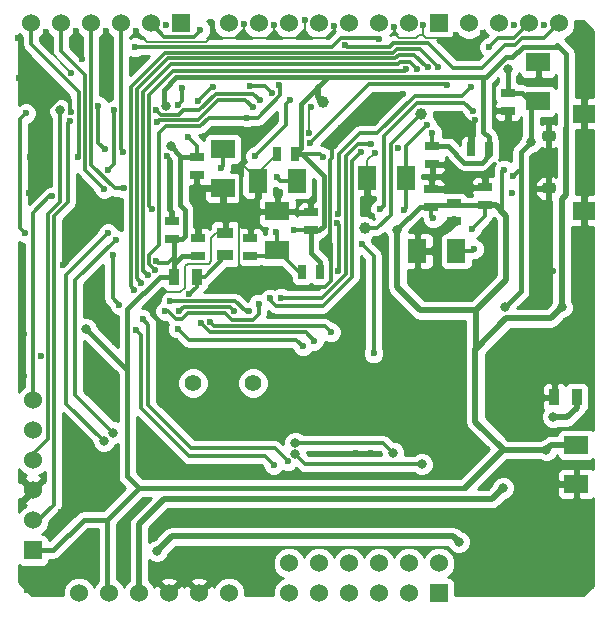
<source format=gbl>
G04 (created by PCBNEW (2013-07-07 BZR 4022)-stable) date 23/05/2015 13:05:33*
%MOIN*%
G04 Gerber Fmt 3.4, Leading zero omitted, Abs format*
%FSLAX34Y34*%
G01*
G70*
G90*
G04 APERTURE LIST*
%ADD10C,0.00590551*%
%ADD11R,0.08X0.06*%
%ADD12R,0.06X0.08*%
%ADD13R,0.035X0.055*%
%ADD14R,0.055X0.035*%
%ADD15R,0.045X0.025*%
%ADD16R,0.025X0.045*%
%ADD17R,0.06X0.06*%
%ADD18C,0.06*%
%ADD19R,0.0748031X0.061811*%
%ADD20O,0.0511811X0.0413386*%
%ADD21C,0.056*%
%ADD22C,0.0314961*%
%ADD23C,0.023622*%
%ADD24C,0.0393701*%
%ADD25C,0.019685*%
%ADD26C,0.011811*%
%ADD27C,0.00787402*%
%ADD28C,0.015748*%
%ADD29C,0.0354331*%
%ADD30C,0.00866142*%
G04 APERTURE END LIST*
G54D10*
G54D11*
X52220Y-32445D03*
X52220Y-33745D03*
G54D12*
X54685Y-33490D03*
X53385Y-33490D03*
G54D11*
X54035Y-35820D03*
X54035Y-34520D03*
G54D12*
X58325Y-33405D03*
X57025Y-33405D03*
X60000Y-35840D03*
X58700Y-35840D03*
G54D11*
X64000Y-42300D03*
X64000Y-43600D03*
X62730Y-30850D03*
X62730Y-29550D03*
G54D13*
X64015Y-40720D03*
X63265Y-40720D03*
G54D14*
X52300Y-35980D03*
X52300Y-35230D03*
G54D13*
X50590Y-36690D03*
X51340Y-36690D03*
G54D15*
X61715Y-31165D03*
X61715Y-30565D03*
X60950Y-34315D03*
X60950Y-33715D03*
G54D16*
X61090Y-32450D03*
X60490Y-32450D03*
G54D15*
X59195Y-32350D03*
X59195Y-32950D03*
X59170Y-34370D03*
X59170Y-33770D03*
X50505Y-34825D03*
X50505Y-35425D03*
X51340Y-33295D03*
X51340Y-32695D03*
X55145Y-34555D03*
X55145Y-35155D03*
G54D16*
X54015Y-32600D03*
X54615Y-32600D03*
G54D15*
X51385Y-35995D03*
X51385Y-35395D03*
X53135Y-36005D03*
X53135Y-35405D03*
G54D16*
X55450Y-36530D03*
X54850Y-36530D03*
G54D17*
X45885Y-45820D03*
G54D18*
X45885Y-44820D03*
X45885Y-43820D03*
X45885Y-42820D03*
X45885Y-41820D03*
X45885Y-40820D03*
G54D19*
X64260Y-34490D03*
X64260Y-31269D03*
G54D20*
X63078Y-33755D03*
X63078Y-32004D03*
G54D21*
X53225Y-40235D03*
X51225Y-40235D03*
G54D17*
X59419Y-28249D03*
G54D18*
X57419Y-28249D03*
X56419Y-28249D03*
X55419Y-28249D03*
X54419Y-28249D03*
X53419Y-28249D03*
X52419Y-28249D03*
G54D17*
X50819Y-28249D03*
G54D18*
X49819Y-28249D03*
X48819Y-28249D03*
X47819Y-28249D03*
X46819Y-28249D03*
X45821Y-28249D03*
X58419Y-28249D03*
G54D17*
X59419Y-47249D03*
G54D18*
X58419Y-47249D03*
X57419Y-47249D03*
X56419Y-47249D03*
X55419Y-47249D03*
X54419Y-47249D03*
X52419Y-47249D03*
X50419Y-47249D03*
X49419Y-47249D03*
X48419Y-47249D03*
X47419Y-47249D03*
X51419Y-47249D03*
X54419Y-46249D03*
X55419Y-46249D03*
X56419Y-46249D03*
X57419Y-46249D03*
X58419Y-46249D03*
X59419Y-46249D03*
X60419Y-28249D03*
X61419Y-28249D03*
X62419Y-28249D03*
X63419Y-28249D03*
G54D15*
X59920Y-34240D03*
X59920Y-34840D03*
G54D22*
X61560Y-43730D03*
X63215Y-41365D03*
G54D23*
X53910Y-42970D03*
X49330Y-38470D03*
X54890Y-39020D03*
X50710Y-38425D03*
X56055Y-36490D03*
X56035Y-34910D03*
X51795Y-38205D03*
X55825Y-38550D03*
X49555Y-38110D03*
X54380Y-42855D03*
X55260Y-38830D03*
X51485Y-38250D03*
X57240Y-39250D03*
X56840Y-35600D03*
X50850Y-30415D03*
X50720Y-30975D03*
X51900Y-30360D03*
X51380Y-30840D03*
X53135Y-30340D03*
X53860Y-30575D03*
X55130Y-32250D03*
X59690Y-30320D03*
X57465Y-34435D03*
X60550Y-31180D03*
X56070Y-34610D03*
X61080Y-29050D03*
X60480Y-30380D03*
X53020Y-31390D03*
X56300Y-28980D03*
X49950Y-36475D03*
X54075Y-30315D03*
X48770Y-37645D03*
X48540Y-35975D03*
X49280Y-29050D03*
X45645Y-31250D03*
X45630Y-35240D03*
X57425Y-28785D03*
X54455Y-30795D03*
X53290Y-32665D03*
X50020Y-31550D03*
X53225Y-31050D03*
X48400Y-33150D03*
X48580Y-31145D03*
X50000Y-31145D03*
X53450Y-30815D03*
X48070Y-31015D03*
X48295Y-32450D03*
X51465Y-28460D03*
X52600Y-37855D03*
X50765Y-37855D03*
G54D22*
X50025Y-45830D03*
X60080Y-45530D03*
X58850Y-42950D03*
X54630Y-42610D03*
X48245Y-42170D03*
G54D23*
X48390Y-35250D03*
G54D22*
X57885Y-42560D03*
X54630Y-42230D03*
X48550Y-41890D03*
G54D23*
X48650Y-35460D03*
X48265Y-33775D03*
X48905Y-33755D03*
X48900Y-32530D03*
X47380Y-32705D03*
X54165Y-37395D03*
X57140Y-32265D03*
X53790Y-37420D03*
X56820Y-32525D03*
X47110Y-31515D03*
G54D22*
X46800Y-31150D03*
G54D23*
X46520Y-34020D03*
X55565Y-32700D03*
X51040Y-32025D03*
G54D22*
X50330Y-31005D03*
X50475Y-32335D03*
G54D24*
X55540Y-30865D03*
G54D23*
X49980Y-36165D03*
X54585Y-35155D03*
X59200Y-31905D03*
X59230Y-34755D03*
X60515Y-35100D03*
X61585Y-33125D03*
G54D22*
X47650Y-38440D03*
X58030Y-35155D03*
X63510Y-37715D03*
X63000Y-42470D03*
G54D24*
X56940Y-35075D03*
X58810Y-31270D03*
G54D23*
X58325Y-29775D03*
X49840Y-34440D03*
X49495Y-36890D03*
X50470Y-37515D03*
X53095Y-37855D03*
X59040Y-29710D03*
X53405Y-37590D03*
X50290Y-37830D03*
X49270Y-37125D03*
X59400Y-29705D03*
X58690Y-29780D03*
X49710Y-36650D03*
X61900Y-33355D03*
G54D22*
X61705Y-29770D03*
X61625Y-37690D03*
X62485Y-32205D03*
G54D23*
X51100Y-37270D03*
X54020Y-33380D03*
X52165Y-33075D03*
X54000Y-35220D03*
X60160Y-37155D03*
X61080Y-36770D03*
X54940Y-28140D03*
X52920Y-28285D03*
X49330Y-28490D03*
X51835Y-28210D03*
X53920Y-28315D03*
X55920Y-28345D03*
X50325Y-28305D03*
X62920Y-28295D03*
X61915Y-28315D03*
X57915Y-28375D03*
X60900Y-28585D03*
X59985Y-28635D03*
X58900Y-28320D03*
X48635Y-38865D03*
X47145Y-31195D03*
X50250Y-39100D03*
X60635Y-31480D03*
X59165Y-44760D03*
X58175Y-44765D03*
X57175Y-44770D03*
X56660Y-44760D03*
X57665Y-44755D03*
X58665Y-44760D03*
X60355Y-42950D03*
X59800Y-44770D03*
X55680Y-44760D03*
X54670Y-44750D03*
X54170Y-44750D03*
X55175Y-44755D03*
X56175Y-44755D03*
X62270Y-41330D03*
X61325Y-40805D03*
X63225Y-39870D03*
X61840Y-33910D03*
G54D22*
X59765Y-33675D03*
X60130Y-33380D03*
X59725Y-32975D03*
X60475Y-33725D03*
G54D23*
X64055Y-46165D03*
X62410Y-47055D03*
X62390Y-45865D03*
X60340Y-46195D03*
X62660Y-43640D03*
X63960Y-44500D03*
X57185Y-34680D03*
X55795Y-35640D03*
X52825Y-33050D03*
X53150Y-34710D03*
X50345Y-32675D03*
X51520Y-34605D03*
X58205Y-30600D03*
X56140Y-31740D03*
X55145Y-31050D03*
X55085Y-31900D03*
X58065Y-32400D03*
X57280Y-32565D03*
X47160Y-29905D03*
X47515Y-29450D03*
X48310Y-29900D03*
X48330Y-28500D03*
X49340Y-29700D03*
X47325Y-28505D03*
X46310Y-28545D03*
X45390Y-28730D03*
X46810Y-30500D03*
X45990Y-30610D03*
X45420Y-30070D03*
X46885Y-36315D03*
X48615Y-34440D03*
X45560Y-36380D03*
X45780Y-32710D03*
X45745Y-33915D03*
X47525Y-33840D03*
X46145Y-39335D03*
X45575Y-40000D03*
X45590Y-38605D03*
X47770Y-39290D03*
X48435Y-40845D03*
X48270Y-43900D03*
X47170Y-42000D03*
X46815Y-44535D03*
X46670Y-46610D03*
X45690Y-47140D03*
X47910Y-45790D03*
X48870Y-45530D03*
X49545Y-44195D03*
X50010Y-43240D03*
X52970Y-43275D03*
X53080Y-44765D03*
X50660Y-44800D03*
X50970Y-46380D03*
X53050Y-46190D03*
X52215Y-41700D03*
X54465Y-39215D03*
X54600Y-41730D03*
X55170Y-41220D03*
X55160Y-39410D03*
X55670Y-39440D03*
X56180Y-42620D03*
X55685Y-42610D03*
X55670Y-41810D03*
X56180Y-40980D03*
X56170Y-39410D03*
X56660Y-39920D03*
X56665Y-42570D03*
X57170Y-42580D03*
X57165Y-39905D03*
X57840Y-40100D03*
X57920Y-42030D03*
X58910Y-42380D03*
X58980Y-40100D03*
X60075Y-41735D03*
X59725Y-38570D03*
X58060Y-37750D03*
X63210Y-36520D03*
X62820Y-34580D03*
X61795Y-31880D03*
X62775Y-30175D03*
X64230Y-28370D03*
X64270Y-30105D03*
X60600Y-35780D03*
X59025Y-31645D03*
X58255Y-34485D03*
G54D25*
X49419Y-44935D02*
X49419Y-47249D01*
X50245Y-44110D02*
X49419Y-44935D01*
X61180Y-44110D02*
X50245Y-44110D01*
X61560Y-43730D02*
X61180Y-44110D01*
X64015Y-41060D02*
X64015Y-40720D01*
X63690Y-41385D02*
X64015Y-41060D01*
X63235Y-41385D02*
X63690Y-41385D01*
X63215Y-41365D02*
X63235Y-41385D01*
G54D26*
X53620Y-42680D02*
X53910Y-42970D01*
X51100Y-42680D02*
X53620Y-42680D01*
X49500Y-41080D02*
X51100Y-42680D01*
X49500Y-38640D02*
X49500Y-41080D01*
X49330Y-38470D02*
X49500Y-38640D01*
X54660Y-38790D02*
X54890Y-39020D01*
X51075Y-38790D02*
X54660Y-38790D01*
X50710Y-38425D02*
X51075Y-38790D01*
X56100Y-36445D02*
X56055Y-36490D01*
X56100Y-34975D02*
X56100Y-36445D01*
X56035Y-34910D02*
X56100Y-34975D01*
X55580Y-38340D02*
X55615Y-38340D01*
X51795Y-38205D02*
X51930Y-38340D01*
X51930Y-38340D02*
X55580Y-38340D01*
X55615Y-38340D02*
X55825Y-38550D01*
X49735Y-38290D02*
X49735Y-40985D01*
X49555Y-38110D02*
X49735Y-38290D01*
X53940Y-42415D02*
X54380Y-42855D01*
X51165Y-42415D02*
X53940Y-42415D01*
X49735Y-40985D02*
X51165Y-42415D01*
X54980Y-38550D02*
X54790Y-38550D01*
X55260Y-38830D02*
X54980Y-38550D01*
X51785Y-38550D02*
X54790Y-38550D01*
X51485Y-38250D02*
X51785Y-38550D01*
X57240Y-36000D02*
X57240Y-39250D01*
X56840Y-35600D02*
X57240Y-36000D01*
X50850Y-30775D02*
X50850Y-30415D01*
X50850Y-30845D02*
X50850Y-30775D01*
X50720Y-30975D02*
X50850Y-30845D01*
X51860Y-30360D02*
X51900Y-30360D01*
X51380Y-30840D02*
X51860Y-30360D01*
X53625Y-30340D02*
X53135Y-30340D01*
X53860Y-30575D02*
X53625Y-30340D01*
X55130Y-32250D02*
X57100Y-30280D01*
X57100Y-30280D02*
X59650Y-30280D01*
X59650Y-30280D02*
X59690Y-30320D01*
X59510Y-30900D02*
X58690Y-30900D01*
X58690Y-30900D02*
X57575Y-32015D01*
X57575Y-32015D02*
X57575Y-34325D01*
X57465Y-34435D02*
X57575Y-34325D01*
X60270Y-30900D02*
X59510Y-30900D01*
X60550Y-31180D02*
X60270Y-30900D01*
X59310Y-30670D02*
X60190Y-30670D01*
X56100Y-32590D02*
X56780Y-31910D01*
X56780Y-31910D02*
X57370Y-31910D01*
X57370Y-31910D02*
X58610Y-30670D01*
X58610Y-30670D02*
X59310Y-30670D01*
X56090Y-34590D02*
X56090Y-32590D01*
X56070Y-34610D02*
X56090Y-34590D01*
X56090Y-32590D02*
X56100Y-32590D01*
X61914Y-28755D02*
X62419Y-28249D01*
X61375Y-28755D02*
X61914Y-28755D01*
X61080Y-29050D02*
X61375Y-28755D01*
X60190Y-30670D02*
X60480Y-30380D01*
X53020Y-31390D02*
X53400Y-31390D01*
X50085Y-35635D02*
X49740Y-35980D01*
X49740Y-35980D02*
X49740Y-36265D01*
X49740Y-36265D02*
X49950Y-36475D01*
X53020Y-31390D02*
X51740Y-31390D01*
X50085Y-31915D02*
X50085Y-34275D01*
X50335Y-31665D02*
X50085Y-31915D01*
X51465Y-31665D02*
X50335Y-31665D01*
X51740Y-31390D02*
X51465Y-31665D01*
X50085Y-34275D02*
X50085Y-35635D01*
X54135Y-30375D02*
X54075Y-30315D01*
X54135Y-30655D02*
X54135Y-30375D01*
X53400Y-31390D02*
X54135Y-30655D01*
X57900Y-28922D02*
X57777Y-29045D01*
X57777Y-29045D02*
X56365Y-29045D01*
X56365Y-29045D02*
X56300Y-28980D01*
X59885Y-29755D02*
X59052Y-28922D01*
X61615Y-28980D02*
X61965Y-28980D01*
X59885Y-29755D02*
X60840Y-29755D01*
X60840Y-29755D02*
X61615Y-28980D01*
X63419Y-28249D02*
X62914Y-28755D01*
X62190Y-28755D02*
X62914Y-28755D01*
X61965Y-28980D02*
X62190Y-28755D01*
X59052Y-28922D02*
X57900Y-28922D01*
X48540Y-37415D02*
X48540Y-36965D01*
X48770Y-37645D02*
X48540Y-37415D01*
X48540Y-36965D02*
X48540Y-35975D01*
X55885Y-29005D02*
X55882Y-29005D01*
X55885Y-29005D02*
X56155Y-28735D01*
X57375Y-28735D02*
X56155Y-28735D01*
X55842Y-29045D02*
X49285Y-29045D01*
X55882Y-29005D02*
X55842Y-29045D01*
X45645Y-31250D02*
X45450Y-31445D01*
X45450Y-31445D02*
X45450Y-35060D01*
X45450Y-35060D02*
X45630Y-35240D01*
X57375Y-28735D02*
X57425Y-28785D01*
X57425Y-28785D02*
X57375Y-28735D01*
X54320Y-30930D02*
X54455Y-30795D01*
X54320Y-31635D02*
X54320Y-30930D01*
X53290Y-32665D02*
X54320Y-31635D01*
X48595Y-31390D02*
X48595Y-31160D01*
X50095Y-31475D02*
X50020Y-31550D01*
X51380Y-31475D02*
X50095Y-31475D01*
X52060Y-30795D02*
X51380Y-31475D01*
X52970Y-30795D02*
X52060Y-30795D01*
X53225Y-31050D02*
X52970Y-30795D01*
X48595Y-32955D02*
X48400Y-33150D01*
X48595Y-31390D02*
X48595Y-32955D01*
X48595Y-31160D02*
X48580Y-31145D01*
X48070Y-31015D02*
X48070Y-32225D01*
X50885Y-31150D02*
X50745Y-31290D01*
X50745Y-31290D02*
X50145Y-31290D01*
X50145Y-31290D02*
X50000Y-31145D01*
X51435Y-31150D02*
X51020Y-31150D01*
X51995Y-30590D02*
X51435Y-31150D01*
X53225Y-30590D02*
X51995Y-30590D01*
X53450Y-30815D02*
X53225Y-30590D01*
X51020Y-31150D02*
X50885Y-31150D01*
X48070Y-32225D02*
X48295Y-32450D01*
X51465Y-28460D02*
X51465Y-28500D01*
X50265Y-28695D02*
X49819Y-28249D01*
X51270Y-28695D02*
X50265Y-28695D01*
X51465Y-28500D02*
X51270Y-28695D01*
X49819Y-28249D02*
X49874Y-28249D01*
X50765Y-37855D02*
X50767Y-37855D01*
X52460Y-37715D02*
X52600Y-37855D01*
X50907Y-37715D02*
X52460Y-37715D01*
X50767Y-37855D02*
X50907Y-37715D01*
G54D25*
X50505Y-45350D02*
X50025Y-45830D01*
X59900Y-45350D02*
X50505Y-45350D01*
X60080Y-45530D02*
X59900Y-45350D01*
G54D26*
X54970Y-42950D02*
X58850Y-42950D01*
X54630Y-42610D02*
X54970Y-42950D01*
X47000Y-40925D02*
X48245Y-42170D01*
X47000Y-36640D02*
X47000Y-40925D01*
X48390Y-35250D02*
X47000Y-36640D01*
X57570Y-42245D02*
X57885Y-42560D01*
X54645Y-42245D02*
X57570Y-42245D01*
X54630Y-42230D02*
X54645Y-42245D01*
X47295Y-40635D02*
X48550Y-41890D01*
X47295Y-36815D02*
X47295Y-40635D01*
X48650Y-35460D02*
X47295Y-36815D01*
X46819Y-29179D02*
X46819Y-28249D01*
X47620Y-29980D02*
X46819Y-29179D01*
X47620Y-33130D02*
X47620Y-29980D01*
X48265Y-33775D02*
X47620Y-33130D01*
X48905Y-33755D02*
X48615Y-33755D01*
X47819Y-32959D02*
X47819Y-28249D01*
X48615Y-33755D02*
X47819Y-32959D01*
X48819Y-32449D02*
X48819Y-28249D01*
X48900Y-32530D02*
X48819Y-32449D01*
X47405Y-32555D02*
X47405Y-32680D01*
X47405Y-32555D02*
X47405Y-30535D01*
X47405Y-30535D02*
X45821Y-28951D01*
X45821Y-28249D02*
X45821Y-28951D01*
X47405Y-32680D02*
X47380Y-32705D01*
X54165Y-37395D02*
X55525Y-37395D01*
X56705Y-32265D02*
X57140Y-32265D01*
X56310Y-32660D02*
X56705Y-32265D01*
X56310Y-36610D02*
X56310Y-32660D01*
X55525Y-37395D02*
X56310Y-36610D01*
X53790Y-37420D02*
X53790Y-37480D01*
X56520Y-32825D02*
X56820Y-32525D01*
X56520Y-36700D02*
X56520Y-32825D01*
X55550Y-37670D02*
X56520Y-36700D01*
X53980Y-37670D02*
X55550Y-37670D01*
X53790Y-37480D02*
X53980Y-37670D01*
X47055Y-33385D02*
X47055Y-31570D01*
X46055Y-44820D02*
X46580Y-44295D01*
X46580Y-44295D02*
X46580Y-34685D01*
X46580Y-34685D02*
X47055Y-34210D01*
X47055Y-34210D02*
X47055Y-33385D01*
X45885Y-44820D02*
X46055Y-44820D01*
X47055Y-31570D02*
X47110Y-31515D01*
X45885Y-42615D02*
X46390Y-42110D01*
X46390Y-42110D02*
X46390Y-34600D01*
X46390Y-34600D02*
X46800Y-34190D01*
X46800Y-34190D02*
X46800Y-32345D01*
X45885Y-42615D02*
X45885Y-42820D01*
X46800Y-32360D02*
X46800Y-32345D01*
X46800Y-31150D02*
X46800Y-32360D01*
X45885Y-40820D02*
X45885Y-34565D01*
X46430Y-34020D02*
X46520Y-34020D01*
X45885Y-34565D02*
X46430Y-34020D01*
G54D27*
X59920Y-34240D02*
X60045Y-34240D01*
X60120Y-34315D02*
X60950Y-34315D01*
X60045Y-34240D02*
X60120Y-34315D01*
X59920Y-34240D02*
X59920Y-34305D01*
X59910Y-34315D02*
X59920Y-34240D01*
X59920Y-34305D02*
X59910Y-34315D01*
G54D26*
X55465Y-32600D02*
X54615Y-32600D01*
X55565Y-32700D02*
X55465Y-32600D01*
G54D28*
X49030Y-39820D02*
X49030Y-37770D01*
X50800Y-33995D02*
X50800Y-34315D01*
X50800Y-32695D02*
X50800Y-33995D01*
X50865Y-35425D02*
X50505Y-35425D01*
X50945Y-35345D02*
X50865Y-35425D01*
X50945Y-34460D02*
X50945Y-35345D01*
X50800Y-34315D02*
X50945Y-34460D01*
X60885Y-30045D02*
X60980Y-30045D01*
X63405Y-29030D02*
X63660Y-29285D01*
X62210Y-29030D02*
X63405Y-29030D01*
X61860Y-29380D02*
X62210Y-29030D01*
X61645Y-29380D02*
X61860Y-29380D01*
X60980Y-30045D02*
X61645Y-29380D01*
G54D26*
X51340Y-32325D02*
X51340Y-32695D01*
X51040Y-32025D02*
X51340Y-32325D01*
G54D28*
X50800Y-32695D02*
X50800Y-32660D01*
X50665Y-30045D02*
X50245Y-30465D01*
X50665Y-30045D02*
X55755Y-30045D01*
X50245Y-30920D02*
X50245Y-30465D01*
X50330Y-31005D02*
X50245Y-30920D01*
X50800Y-32660D02*
X50475Y-32335D01*
G54D25*
X55392Y-30367D02*
X55392Y-30717D01*
X55392Y-30717D02*
X55540Y-30865D01*
G54D26*
X50395Y-36250D02*
X50590Y-36055D01*
X50065Y-36250D02*
X50395Y-36250D01*
X49980Y-36165D02*
X50065Y-36250D01*
X54585Y-35155D02*
X55145Y-35155D01*
X59195Y-31910D02*
X59195Y-32350D01*
X59200Y-31905D02*
X59195Y-31910D01*
X59170Y-34695D02*
X59170Y-34370D01*
X59230Y-34755D02*
X59170Y-34695D01*
X60950Y-34665D02*
X60950Y-34315D01*
X60515Y-35100D02*
X60950Y-34665D01*
X61537Y-33172D02*
X61537Y-34537D01*
X61585Y-33125D02*
X61537Y-33172D01*
G54D28*
X57110Y-30045D02*
X56885Y-30045D01*
X50590Y-36270D02*
X50590Y-36055D01*
X50590Y-36055D02*
X50590Y-35495D01*
X50590Y-35495D02*
X50650Y-35435D01*
X50590Y-36690D02*
X50590Y-36270D01*
X50865Y-35995D02*
X51385Y-35995D01*
X50590Y-36270D02*
X50865Y-35995D01*
X50795Y-32695D02*
X50800Y-32695D01*
X50800Y-32695D02*
X51340Y-32695D01*
X49030Y-39820D02*
X47650Y-38440D01*
X49460Y-43735D02*
X49425Y-43735D01*
X49425Y-43735D02*
X49030Y-43340D01*
X50110Y-36690D02*
X50590Y-36690D01*
X49030Y-37770D02*
X50110Y-36690D01*
X49030Y-43340D02*
X49030Y-39820D01*
X55145Y-35155D02*
X55145Y-35905D01*
X55450Y-36210D02*
X55450Y-36530D01*
X55145Y-35905D02*
X55450Y-36210D01*
X54615Y-32600D02*
X54855Y-32600D01*
X55430Y-35155D02*
X55145Y-35155D01*
X55595Y-34990D02*
X55430Y-35155D01*
X55595Y-33340D02*
X55595Y-34990D01*
X54855Y-32600D02*
X55595Y-33340D01*
X60900Y-30045D02*
X60885Y-30045D01*
X60885Y-30045D02*
X57110Y-30045D01*
X57110Y-30045D02*
X55755Y-30045D01*
X55755Y-30045D02*
X55715Y-30045D01*
X55715Y-30045D02*
X55392Y-30367D01*
X54810Y-32405D02*
X54615Y-32600D01*
X54810Y-30950D02*
X54810Y-32405D01*
X55392Y-30367D02*
X54810Y-30950D01*
X48370Y-44790D02*
X47580Y-44790D01*
X46550Y-45820D02*
X45885Y-45820D01*
X47580Y-44790D02*
X46550Y-45820D01*
X60275Y-43735D02*
X49460Y-43735D01*
X48370Y-47199D02*
X48419Y-47249D01*
X48370Y-44790D02*
X48370Y-47199D01*
X49425Y-43735D02*
X48370Y-44790D01*
X59215Y-32330D02*
X59195Y-32350D01*
X63660Y-31760D02*
X63660Y-29285D01*
X63660Y-29285D02*
X63660Y-29270D01*
X63660Y-29270D02*
X63365Y-28975D01*
X61090Y-32050D02*
X61090Y-32450D01*
X60900Y-31860D02*
X61090Y-32050D01*
X60900Y-30045D02*
X60900Y-31860D01*
X58030Y-35155D02*
X58030Y-35120D01*
X58030Y-35120D02*
X58780Y-34370D01*
X58780Y-34370D02*
X59170Y-34370D01*
X61090Y-32450D02*
X61090Y-32640D01*
X59725Y-32350D02*
X59195Y-32350D01*
X60265Y-32890D02*
X59725Y-32350D01*
X60840Y-32890D02*
X60265Y-32890D01*
X61090Y-32640D02*
X60840Y-32890D01*
X60950Y-34315D02*
X59225Y-34315D01*
X59225Y-34315D02*
X59170Y-34370D01*
G54D25*
X63510Y-37715D02*
X63510Y-34120D01*
X63660Y-33970D02*
X63660Y-31760D01*
X63660Y-31760D02*
X63660Y-31740D01*
X63510Y-34120D02*
X63660Y-33970D01*
X60640Y-37820D02*
X58800Y-37820D01*
X58030Y-37050D02*
X58030Y-35155D01*
X58800Y-37820D02*
X58030Y-37050D01*
X60640Y-39110D02*
X60640Y-37820D01*
X61315Y-34315D02*
X60950Y-34315D01*
X61537Y-34537D02*
X61315Y-34315D01*
X61670Y-34670D02*
X61537Y-34537D01*
X61670Y-36790D02*
X61670Y-34670D01*
X60640Y-37820D02*
X61670Y-36790D01*
X61540Y-42470D02*
X61540Y-42440D01*
X63140Y-38085D02*
X63510Y-37715D01*
X61665Y-38085D02*
X63140Y-38085D01*
X60630Y-39120D02*
X60640Y-39110D01*
X60640Y-39110D02*
X61665Y-38085D01*
X60630Y-41530D02*
X60630Y-39120D01*
X61540Y-42440D02*
X60630Y-41530D01*
X63000Y-42470D02*
X61540Y-42470D01*
X61540Y-42470D02*
X60275Y-43735D01*
X64000Y-42300D02*
X63170Y-42300D01*
X63170Y-42300D02*
X63000Y-42470D01*
G54D26*
X57355Y-35075D02*
X56940Y-35075D01*
X57805Y-34625D02*
X57355Y-35075D01*
X57805Y-32275D02*
X57805Y-34625D01*
X58810Y-31270D02*
X57805Y-32275D01*
X49990Y-30400D02*
X49745Y-30645D01*
X58325Y-29775D02*
X58272Y-29827D01*
X58272Y-29827D02*
X57092Y-29827D01*
X50565Y-29825D02*
X49990Y-30400D01*
X50562Y-29827D02*
X50565Y-29825D01*
X57092Y-29827D02*
X50562Y-29827D01*
X49740Y-34340D02*
X49840Y-34440D01*
X49740Y-33142D02*
X49740Y-34340D01*
X49745Y-33137D02*
X49740Y-33142D01*
X49745Y-30645D02*
X49745Y-33137D01*
X58600Y-29295D02*
X58087Y-29295D01*
X59015Y-29710D02*
X58600Y-29295D01*
X56817Y-29415D02*
X50375Y-29415D01*
X50375Y-29415D02*
X49350Y-30440D01*
X49350Y-30440D02*
X49350Y-36745D01*
X49350Y-36745D02*
X49495Y-36890D01*
X50470Y-37515D02*
X52635Y-37515D01*
X52635Y-37515D02*
X52975Y-37855D01*
X52975Y-37855D02*
X53095Y-37855D01*
X59040Y-29710D02*
X59015Y-29710D01*
X57967Y-29415D02*
X56817Y-29415D01*
X58087Y-29295D02*
X57967Y-29415D01*
X50290Y-37830D02*
X50380Y-37830D01*
X58005Y-29100D02*
X57880Y-29225D01*
X57880Y-29225D02*
X56735Y-29225D01*
X59400Y-29705D02*
X59400Y-29700D01*
X53405Y-37940D02*
X53405Y-37590D01*
X53220Y-38125D02*
X53405Y-37940D01*
X49150Y-37005D02*
X49270Y-37125D01*
X49150Y-30370D02*
X49150Y-37005D01*
X50295Y-29225D02*
X49150Y-30370D01*
X56735Y-29225D02*
X50295Y-29225D01*
X59400Y-29700D02*
X58800Y-29100D01*
X58800Y-29100D02*
X58005Y-29100D01*
X52505Y-38125D02*
X53220Y-38125D01*
X52285Y-37905D02*
X52505Y-38125D01*
X51065Y-37905D02*
X52285Y-37905D01*
X50865Y-38105D02*
X51065Y-37905D01*
X50655Y-38105D02*
X50865Y-38105D01*
X50380Y-37830D02*
X50655Y-38105D01*
X59395Y-29710D02*
X59360Y-29710D01*
X59400Y-29705D02*
X59395Y-29710D01*
X58690Y-29780D02*
X58690Y-29770D01*
X58045Y-29610D02*
X56910Y-29610D01*
X58125Y-29530D02*
X58045Y-29610D01*
X58450Y-29530D02*
X58125Y-29530D01*
X58690Y-29770D02*
X58450Y-29530D01*
X56910Y-29610D02*
X50485Y-29610D01*
X50485Y-29610D02*
X49555Y-30540D01*
X49555Y-30540D02*
X49555Y-36495D01*
X49555Y-36495D02*
X49710Y-36650D01*
G54D28*
X62485Y-32205D02*
X62485Y-31095D01*
X62485Y-32205D02*
X62145Y-32545D01*
G54D26*
X62145Y-33110D02*
X62145Y-33035D01*
X61900Y-33355D02*
X62145Y-33110D01*
G54D28*
X61715Y-30565D02*
X61715Y-29780D01*
G54D26*
X61715Y-29780D02*
X61705Y-29770D01*
X62730Y-30850D02*
X62460Y-30850D01*
G54D28*
X62175Y-30565D02*
X61715Y-30565D01*
X62460Y-30850D02*
X62175Y-30565D01*
G54D26*
X62485Y-31095D02*
X62730Y-30850D01*
G54D28*
X62145Y-37170D02*
X61625Y-37690D01*
X62145Y-32545D02*
X62145Y-33035D01*
X62145Y-33035D02*
X62145Y-37170D01*
G54D26*
X51340Y-36690D02*
X51625Y-36690D01*
X52300Y-36015D02*
X52300Y-35980D01*
X51625Y-36690D02*
X52300Y-36015D01*
X51340Y-37030D02*
X51340Y-36690D01*
X51100Y-37270D02*
X51340Y-37030D01*
X54130Y-33490D02*
X54685Y-33490D01*
X54020Y-33380D02*
X54130Y-33490D01*
X52220Y-33020D02*
X52220Y-32445D01*
X52165Y-33075D02*
X52220Y-33020D01*
X54850Y-36530D02*
X54745Y-36530D01*
X54745Y-36530D02*
X54035Y-35820D01*
X53135Y-36005D02*
X53850Y-36005D01*
X53850Y-36005D02*
X54035Y-35820D01*
X54035Y-35255D02*
X54035Y-35820D01*
X54000Y-35220D02*
X54035Y-35255D01*
G54D27*
X59600Y-35115D02*
X59510Y-35115D01*
X59085Y-35840D02*
X58700Y-35840D01*
X59285Y-35640D02*
X59085Y-35840D01*
X59285Y-35340D02*
X59285Y-35640D01*
X59510Y-35115D02*
X59285Y-35340D01*
G54D29*
X59920Y-34840D02*
X59875Y-34840D01*
X59875Y-34840D02*
X59600Y-35115D01*
G54D27*
X59875Y-34840D02*
X59600Y-35115D01*
G54D26*
X60695Y-37155D02*
X60160Y-37155D01*
X61080Y-36770D02*
X60695Y-37155D01*
G54D27*
X54940Y-28140D02*
X54940Y-28515D01*
X53920Y-28480D02*
X54165Y-28725D01*
X54165Y-28725D02*
X54655Y-28725D01*
X54655Y-28725D02*
X54940Y-28440D01*
X54940Y-28440D02*
X54940Y-28140D01*
X52920Y-28285D02*
X52920Y-28570D01*
X51835Y-28550D02*
X52015Y-28730D01*
X52015Y-28730D02*
X52620Y-28730D01*
X52620Y-28730D02*
X52920Y-28430D01*
X52920Y-28430D02*
X52920Y-28285D01*
X51840Y-28675D02*
X51840Y-28215D01*
X49330Y-28520D02*
X49675Y-28865D01*
X49675Y-28865D02*
X51650Y-28865D01*
X51650Y-28865D02*
X51840Y-28675D01*
X49330Y-28490D02*
X49330Y-28520D01*
X51840Y-28215D02*
X51835Y-28210D01*
X51835Y-28210D02*
X51835Y-28550D01*
X53920Y-28495D02*
X53920Y-28315D01*
X53685Y-28730D02*
X53920Y-28495D01*
X53080Y-28730D02*
X53685Y-28730D01*
X52920Y-28570D02*
X53080Y-28730D01*
X53920Y-28315D02*
X53920Y-28480D01*
X55920Y-28465D02*
X55920Y-28345D01*
X55655Y-28730D02*
X55920Y-28465D01*
X55155Y-28730D02*
X55655Y-28730D01*
X54940Y-28515D02*
X55155Y-28730D01*
X58900Y-28635D02*
X58750Y-28635D01*
X57915Y-28575D02*
X57915Y-28375D01*
X58075Y-28735D02*
X57915Y-28575D01*
X58650Y-28735D02*
X58075Y-28735D01*
X58750Y-28635D02*
X58650Y-28735D01*
X59985Y-28635D02*
X59970Y-28635D01*
X60900Y-28585D02*
X60690Y-28795D01*
X60690Y-28795D02*
X60145Y-28795D01*
X60145Y-28795D02*
X59985Y-28635D01*
X58900Y-28635D02*
X58900Y-28320D01*
X58995Y-28730D02*
X58900Y-28635D01*
X59875Y-28730D02*
X58995Y-28730D01*
X59970Y-28635D02*
X59875Y-28730D01*
G54D26*
X55795Y-32920D02*
X55795Y-32810D01*
G54D27*
X56140Y-31740D02*
X55930Y-31950D01*
G54D26*
X55795Y-32920D02*
X55795Y-35640D01*
X55860Y-32020D02*
X55930Y-31950D01*
X55860Y-32745D02*
X55860Y-32020D01*
X55795Y-32810D02*
X55860Y-32745D01*
G54D27*
X47125Y-30815D02*
X46810Y-30500D01*
G54D26*
X47125Y-31175D02*
X47125Y-30815D01*
G54D27*
X47145Y-31195D02*
X47125Y-31175D01*
X50250Y-39100D02*
X50250Y-38400D01*
X51995Y-35230D02*
X52300Y-35230D01*
X51815Y-35410D02*
X51995Y-35230D01*
X51815Y-36185D02*
X51815Y-35410D01*
X51740Y-36260D02*
X51815Y-36185D01*
X51040Y-36260D02*
X51740Y-36260D01*
X50950Y-36350D02*
X51040Y-36260D01*
X50950Y-37060D02*
X50950Y-36350D01*
X50795Y-37215D02*
X50950Y-37060D01*
X50230Y-37215D02*
X50795Y-37215D01*
X49825Y-37620D02*
X50230Y-37215D01*
X49825Y-37975D02*
X49825Y-37620D01*
X50250Y-38400D02*
X49825Y-37975D01*
X60490Y-32010D02*
X60490Y-32450D01*
X60410Y-31930D02*
X60490Y-32010D01*
X60210Y-31930D02*
X60410Y-31930D01*
X60085Y-31805D02*
X60210Y-31930D01*
X60085Y-31680D02*
X60085Y-31805D01*
X60215Y-31550D02*
X60085Y-31680D01*
X60565Y-31550D02*
X60215Y-31550D01*
X60635Y-31480D02*
X60565Y-31550D01*
X59165Y-44760D02*
X59790Y-44760D01*
X58175Y-44765D02*
X58660Y-44765D01*
X58165Y-44755D02*
X58175Y-44765D01*
X57175Y-44770D02*
X57650Y-44770D01*
X57165Y-44760D02*
X57175Y-44770D01*
X56175Y-44755D02*
X56655Y-44755D01*
X56655Y-44755D02*
X56660Y-44760D01*
X56660Y-44760D02*
X57165Y-44760D01*
X57650Y-44770D02*
X57665Y-44755D01*
X57665Y-44755D02*
X58165Y-44755D01*
X58660Y-44765D02*
X58665Y-44760D01*
X59165Y-44760D02*
X58665Y-44760D01*
X59790Y-44760D02*
X59800Y-44770D01*
X55680Y-44760D02*
X56170Y-44760D01*
X55675Y-44755D02*
X55680Y-44760D01*
X54670Y-44750D02*
X55170Y-44750D01*
X53080Y-44765D02*
X54155Y-44765D01*
X54155Y-44765D02*
X54170Y-44750D01*
X54670Y-44750D02*
X54170Y-44750D01*
X55170Y-44750D02*
X55175Y-44755D01*
X55175Y-44755D02*
X55675Y-44755D01*
X56170Y-44760D02*
X56175Y-44755D01*
X63265Y-40720D02*
X61410Y-40720D01*
X61410Y-40720D02*
X61325Y-40805D01*
X63265Y-39910D02*
X63265Y-40720D01*
X63225Y-39870D02*
X63265Y-39910D01*
X60130Y-33380D02*
X60060Y-33380D01*
X60060Y-33380D02*
X59765Y-33675D01*
X59725Y-32975D02*
X60130Y-33380D01*
X60130Y-33330D02*
X60080Y-33330D01*
X60080Y-33330D02*
X59725Y-32975D01*
X60475Y-33725D02*
X60475Y-33675D01*
X60475Y-33675D02*
X60130Y-33330D01*
X60130Y-33330D02*
X60130Y-33380D01*
X60130Y-33380D02*
X60475Y-33725D01*
X60475Y-33765D02*
X60475Y-33675D01*
X59745Y-33770D02*
X59750Y-33765D01*
X59170Y-33770D02*
X59745Y-33770D01*
X59750Y-33765D02*
X60475Y-33765D01*
X60475Y-33675D02*
X60130Y-33330D01*
X64000Y-43600D02*
X64000Y-44460D01*
X62410Y-45885D02*
X62410Y-47055D01*
X62390Y-45865D02*
X62410Y-45885D01*
X61470Y-46195D02*
X60340Y-46195D01*
X62155Y-45510D02*
X61470Y-46195D01*
X62155Y-44145D02*
X62155Y-45510D01*
X62660Y-43640D02*
X62155Y-44145D01*
X64000Y-44460D02*
X63960Y-44500D01*
X57025Y-33405D02*
X57025Y-34520D01*
X57025Y-34520D02*
X57185Y-34680D01*
X52825Y-33050D02*
X52945Y-33050D01*
X52945Y-33050D02*
X53385Y-33490D01*
G54D26*
X52825Y-34195D02*
X52825Y-33050D01*
G54D27*
X55795Y-35640D02*
X55810Y-35655D01*
G54D26*
X55810Y-35655D02*
X55810Y-36840D01*
X55810Y-36840D02*
X55610Y-37040D01*
X55610Y-37040D02*
X53280Y-37040D01*
G54D27*
X53280Y-37040D02*
X52745Y-36505D01*
X52745Y-36505D02*
X52745Y-34275D01*
X52745Y-34275D02*
X52825Y-34195D01*
X53135Y-34725D02*
X53135Y-35405D01*
X53150Y-34710D02*
X53135Y-34725D01*
X50505Y-34825D02*
X50505Y-32835D01*
X50505Y-32835D02*
X50345Y-32675D01*
X51385Y-34740D02*
X51385Y-35395D01*
X51520Y-34605D02*
X51385Y-34740D01*
X53385Y-33490D02*
X53385Y-33230D01*
X53385Y-33230D02*
X54015Y-32600D01*
X58205Y-30600D02*
X57415Y-31390D01*
X57415Y-31390D02*
X56490Y-31390D01*
X56490Y-31390D02*
X56140Y-31740D01*
X55145Y-31050D02*
X55085Y-31110D01*
X55085Y-31110D02*
X55085Y-31900D01*
X57025Y-33405D02*
X57025Y-32820D01*
X57025Y-32820D02*
X57280Y-32565D01*
X46310Y-29055D02*
X46310Y-28545D01*
X47160Y-29905D02*
X46310Y-29055D01*
X47325Y-29260D02*
X47325Y-28505D01*
X47515Y-29450D02*
X47325Y-29260D01*
X48330Y-29880D02*
X48310Y-29900D01*
X48330Y-28500D02*
X48330Y-29880D01*
X47315Y-28515D02*
X47315Y-28520D01*
X47325Y-28505D02*
X47315Y-28515D01*
X46305Y-28540D02*
X46305Y-28525D01*
X46310Y-28545D02*
X46305Y-28540D01*
X45780Y-32710D02*
X45780Y-31720D01*
X45780Y-31720D02*
X46810Y-30690D01*
X46810Y-30690D02*
X46810Y-30500D01*
X45395Y-28735D02*
X45430Y-28735D01*
X45390Y-28730D02*
X45395Y-28735D01*
X45990Y-30610D02*
X45450Y-30070D01*
X45450Y-30070D02*
X45420Y-30070D01*
X48615Y-34440D02*
X48125Y-34440D01*
X46885Y-36315D02*
X46950Y-36250D01*
X46950Y-36250D02*
X46950Y-36105D01*
X46950Y-36105D02*
X48615Y-34440D01*
X45590Y-38605D02*
X45590Y-36410D01*
X45590Y-36410D02*
X45560Y-36380D01*
X45780Y-33880D02*
X45780Y-32710D01*
X45745Y-33915D02*
X45780Y-33880D01*
X48125Y-34440D02*
X47525Y-33840D01*
X46135Y-39325D02*
X46130Y-39325D01*
X46145Y-39335D02*
X46135Y-39325D01*
X45575Y-38620D02*
X45575Y-40000D01*
X45590Y-38605D02*
X45575Y-38620D01*
X47770Y-40180D02*
X47770Y-39290D01*
X48435Y-40845D02*
X47770Y-40180D01*
X48270Y-43900D02*
X48250Y-43900D01*
X47170Y-44180D02*
X47170Y-42000D01*
X46815Y-44535D02*
X47170Y-44180D01*
X46670Y-46610D02*
X46680Y-46620D01*
X46560Y-47140D02*
X45690Y-47140D01*
X47910Y-45790D02*
X46560Y-47140D01*
X48870Y-44870D02*
X48870Y-45530D01*
X49545Y-44195D02*
X48870Y-44870D01*
X52935Y-43240D02*
X50010Y-43240D01*
X52970Y-43275D02*
X52935Y-43240D01*
X50695Y-44765D02*
X53080Y-44765D01*
X50660Y-44800D02*
X50695Y-44765D01*
X52860Y-46380D02*
X50970Y-46380D01*
X53050Y-46190D02*
X52860Y-46380D01*
X53340Y-41700D02*
X52215Y-41700D01*
X53870Y-41170D02*
X53340Y-41700D01*
X53870Y-39810D02*
X53870Y-41170D01*
X54465Y-39215D02*
X53870Y-39810D01*
X54660Y-41730D02*
X54600Y-41730D01*
X55170Y-41220D02*
X54660Y-41730D01*
X55640Y-39410D02*
X55160Y-39410D01*
X55670Y-39440D02*
X55640Y-39410D01*
X55695Y-42620D02*
X56180Y-42620D01*
X55685Y-42610D02*
X55695Y-42620D01*
X55670Y-41490D02*
X55670Y-41810D01*
X56180Y-40980D02*
X55670Y-41490D01*
X56170Y-39430D02*
X56170Y-39410D01*
X56660Y-39920D02*
X56170Y-39430D01*
X57160Y-42570D02*
X56665Y-42570D01*
X57170Y-42580D02*
X57160Y-42570D01*
X57645Y-39905D02*
X57165Y-39905D01*
X57840Y-40100D02*
X57645Y-39905D01*
X58560Y-42030D02*
X57920Y-42030D01*
X58910Y-42380D02*
X58560Y-42030D01*
X58980Y-40640D02*
X58980Y-40100D01*
X60075Y-41735D02*
X58980Y-40640D01*
X58880Y-38570D02*
X59725Y-38570D01*
X58060Y-37750D02*
X58880Y-38570D01*
X63050Y-36360D02*
X63210Y-36520D01*
X63050Y-34810D02*
X63050Y-36360D01*
X62820Y-34580D02*
X63050Y-34810D01*
X61715Y-31800D02*
X61715Y-31165D01*
X61795Y-31880D02*
X61715Y-31800D01*
X62730Y-30130D02*
X62730Y-29550D01*
X62775Y-30175D02*
X62730Y-30130D01*
X64230Y-30065D02*
X64230Y-28370D01*
X64270Y-30105D02*
X64230Y-30065D01*
G54D26*
X60540Y-35840D02*
X60000Y-35840D01*
X60600Y-35780D02*
X60540Y-35840D01*
X58325Y-32345D02*
X58325Y-33405D01*
X59025Y-31645D02*
X58325Y-32345D01*
X58325Y-34415D02*
X58325Y-33405D01*
X58255Y-34485D02*
X58325Y-34415D01*
G54D10*
G36*
X45582Y-40357D02*
X45577Y-40359D01*
X45424Y-40511D01*
X45412Y-40540D01*
X45412Y-35534D01*
X45425Y-35546D01*
X45557Y-35601D01*
X45582Y-35601D01*
X45582Y-40357D01*
X45582Y-40357D01*
G37*
G54D30*
X45582Y-40357D02*
X45577Y-40359D01*
X45424Y-40511D01*
X45412Y-40540D01*
X45412Y-35534D01*
X45425Y-35546D01*
X45557Y-35601D01*
X45582Y-35601D01*
X45582Y-40357D01*
G54D10*
G36*
X46277Y-43515D02*
X46271Y-43513D01*
X45965Y-43820D01*
X45970Y-43825D01*
X45890Y-43905D01*
X45885Y-43900D01*
X45578Y-44206D01*
X45606Y-44299D01*
X45670Y-44320D01*
X45577Y-44359D01*
X45424Y-44511D01*
X45412Y-44540D01*
X45412Y-44100D01*
X45498Y-44126D01*
X45804Y-43820D01*
X45498Y-43513D01*
X45412Y-43539D01*
X45412Y-43099D01*
X45424Y-43127D01*
X45576Y-43280D01*
X45664Y-43316D01*
X45606Y-43340D01*
X45578Y-43433D01*
X45885Y-43739D01*
X46191Y-43433D01*
X46163Y-43340D01*
X46099Y-43319D01*
X46192Y-43280D01*
X46277Y-43195D01*
X46277Y-43515D01*
X46277Y-43515D01*
G37*
G54D30*
X46277Y-43515D02*
X46271Y-43513D01*
X45965Y-43820D01*
X45970Y-43825D01*
X45890Y-43905D01*
X45885Y-43900D01*
X45578Y-44206D01*
X45606Y-44299D01*
X45670Y-44320D01*
X45577Y-44359D01*
X45424Y-44511D01*
X45412Y-44540D01*
X45412Y-44100D01*
X45498Y-44126D01*
X45804Y-43820D01*
X45498Y-43513D01*
X45412Y-43539D01*
X45412Y-43099D01*
X45424Y-43127D01*
X45576Y-43280D01*
X45664Y-43316D01*
X45606Y-43340D01*
X45578Y-43433D01*
X45885Y-43739D01*
X46191Y-43433D01*
X46163Y-43340D01*
X46099Y-43319D01*
X46192Y-43280D01*
X46277Y-43195D01*
X46277Y-43515D01*
G54D10*
G36*
X46527Y-29229D02*
X46123Y-28826D01*
X46123Y-28712D01*
X46128Y-28710D01*
X46281Y-28557D01*
X46320Y-28464D01*
X46358Y-28556D01*
X46511Y-28709D01*
X46517Y-28712D01*
X46517Y-29179D01*
X46527Y-29229D01*
X46527Y-29229D01*
G37*
G54D30*
X46527Y-29229D02*
X46123Y-28826D01*
X46123Y-28712D01*
X46128Y-28710D01*
X46281Y-28557D01*
X46320Y-28464D01*
X46358Y-28556D01*
X46511Y-28709D01*
X46517Y-28712D01*
X46517Y-29179D01*
X46527Y-29229D01*
G54D10*
G36*
X47102Y-30885D02*
X47027Y-30810D01*
X46880Y-30749D01*
X46720Y-30749D01*
X46573Y-30810D01*
X46460Y-30922D01*
X46399Y-31069D01*
X46399Y-31229D01*
X46460Y-31376D01*
X46497Y-31414D01*
X46497Y-32345D01*
X46497Y-32360D01*
X46497Y-33658D01*
X46448Y-33658D01*
X46315Y-33713D01*
X46235Y-33793D01*
X46235Y-33793D01*
X46216Y-33806D01*
X46216Y-33806D01*
X46216Y-33806D01*
X45752Y-34270D01*
X45752Y-31596D01*
X45849Y-31556D01*
X45951Y-31454D01*
X46006Y-31322D01*
X46006Y-31178D01*
X45951Y-31045D01*
X45849Y-30943D01*
X45717Y-30888D01*
X45573Y-30888D01*
X45440Y-30943D01*
X45412Y-30971D01*
X45412Y-28609D01*
X45513Y-28709D01*
X45518Y-28712D01*
X45518Y-28951D01*
X45541Y-29066D01*
X45607Y-29165D01*
X47102Y-30660D01*
X47102Y-30885D01*
X47102Y-30885D01*
G37*
G54D30*
X47102Y-30885D02*
X47027Y-30810D01*
X46880Y-30749D01*
X46720Y-30749D01*
X46573Y-30810D01*
X46460Y-30922D01*
X46399Y-31069D01*
X46399Y-31229D01*
X46460Y-31376D01*
X46497Y-31414D01*
X46497Y-32345D01*
X46497Y-32360D01*
X46497Y-33658D01*
X46448Y-33658D01*
X46315Y-33713D01*
X46235Y-33793D01*
X46235Y-33793D01*
X46216Y-33806D01*
X46216Y-33806D01*
X46216Y-33806D01*
X45752Y-34270D01*
X45752Y-31596D01*
X45849Y-31556D01*
X45951Y-31454D01*
X46006Y-31322D01*
X46006Y-31178D01*
X45951Y-31045D01*
X45849Y-30943D01*
X45717Y-30888D01*
X45573Y-30888D01*
X45440Y-30943D01*
X45412Y-30971D01*
X45412Y-28609D01*
X45513Y-28709D01*
X45518Y-28712D01*
X45518Y-28951D01*
X45541Y-29066D01*
X45607Y-29165D01*
X47102Y-30660D01*
X47102Y-30885D01*
G54D10*
G36*
X47517Y-29449D02*
X47122Y-29054D01*
X47122Y-28712D01*
X47127Y-28710D01*
X47280Y-28557D01*
X47319Y-28462D01*
X47358Y-28556D01*
X47511Y-28709D01*
X47517Y-28712D01*
X47517Y-29449D01*
X47517Y-29449D01*
G37*
G54D30*
X47517Y-29449D02*
X47122Y-29054D01*
X47122Y-28712D01*
X47127Y-28710D01*
X47280Y-28557D01*
X47319Y-28462D01*
X47358Y-28556D01*
X47511Y-28709D01*
X47517Y-28712D01*
X47517Y-29449D01*
G54D10*
G36*
X48047Y-46853D02*
X47959Y-46941D01*
X47919Y-47036D01*
X47880Y-46942D01*
X47727Y-46789D01*
X47528Y-46706D01*
X47312Y-46706D01*
X47112Y-46788D01*
X46959Y-46941D01*
X46876Y-47141D01*
X46876Y-47317D01*
X45843Y-47317D01*
X45412Y-46886D01*
X45412Y-46291D01*
X45446Y-46326D01*
X45536Y-46363D01*
X45633Y-46363D01*
X46233Y-46363D01*
X46322Y-46326D01*
X46391Y-46258D01*
X46428Y-46168D01*
X46428Y-46142D01*
X46550Y-46142D01*
X46673Y-46117D01*
X46777Y-46047D01*
X47713Y-45112D01*
X48047Y-45112D01*
X48047Y-46853D01*
X48047Y-46853D01*
G37*
G54D30*
X48047Y-46853D02*
X47959Y-46941D01*
X47919Y-47036D01*
X47880Y-46942D01*
X47727Y-46789D01*
X47528Y-46706D01*
X47312Y-46706D01*
X47112Y-46788D01*
X46959Y-46941D01*
X46876Y-47141D01*
X46876Y-47317D01*
X45843Y-47317D01*
X45412Y-46886D01*
X45412Y-46291D01*
X45446Y-46326D01*
X45536Y-46363D01*
X45633Y-46363D01*
X46233Y-46363D01*
X46322Y-46326D01*
X46391Y-46258D01*
X46428Y-46168D01*
X46428Y-46142D01*
X46550Y-46142D01*
X46673Y-46117D01*
X46777Y-46047D01*
X47713Y-45112D01*
X48047Y-45112D01*
X48047Y-46853D01*
G54D10*
G36*
X48517Y-30783D02*
X48508Y-30783D01*
X48386Y-30833D01*
X48376Y-30810D01*
X48274Y-30708D01*
X48142Y-30653D01*
X48122Y-30653D01*
X48122Y-28712D01*
X48127Y-28710D01*
X48280Y-28557D01*
X48319Y-28462D01*
X48358Y-28556D01*
X48511Y-28709D01*
X48517Y-28712D01*
X48517Y-30783D01*
X48517Y-30783D01*
G37*
G54D30*
X48517Y-30783D02*
X48508Y-30783D01*
X48386Y-30833D01*
X48376Y-30810D01*
X48274Y-30708D01*
X48142Y-30653D01*
X48122Y-30653D01*
X48122Y-28712D01*
X48127Y-28710D01*
X48280Y-28557D01*
X48319Y-28462D01*
X48358Y-28556D01*
X48511Y-28709D01*
X48517Y-28712D01*
X48517Y-30783D01*
G54D10*
G36*
X48707Y-39042D02*
X48050Y-38385D01*
X48050Y-38360D01*
X47989Y-38213D01*
X47877Y-38100D01*
X47730Y-38039D01*
X47597Y-38039D01*
X47597Y-36940D01*
X48237Y-36299D01*
X48237Y-36965D01*
X48237Y-37415D01*
X48260Y-37530D01*
X48326Y-37628D01*
X48408Y-37711D01*
X48408Y-37716D01*
X48463Y-37849D01*
X48565Y-37951D01*
X48697Y-38006D01*
X48707Y-38006D01*
X48707Y-39042D01*
X48707Y-39042D01*
G37*
G54D30*
X48707Y-39042D02*
X48050Y-38385D01*
X48050Y-38360D01*
X47989Y-38213D01*
X47877Y-38100D01*
X47730Y-38039D01*
X47597Y-38039D01*
X47597Y-36940D01*
X48237Y-36299D01*
X48237Y-36965D01*
X48237Y-37415D01*
X48260Y-37530D01*
X48326Y-37628D01*
X48408Y-37711D01*
X48408Y-37716D01*
X48463Y-37849D01*
X48565Y-37951D01*
X48697Y-38006D01*
X48707Y-38006D01*
X48707Y-39042D01*
G54D10*
G36*
X48707Y-41521D02*
X48630Y-41489D01*
X48576Y-41489D01*
X47597Y-40509D01*
X47597Y-38842D01*
X48707Y-39953D01*
X48707Y-41521D01*
X48707Y-41521D01*
G37*
G54D30*
X48707Y-41521D02*
X48630Y-41489D01*
X48576Y-41489D01*
X47597Y-40509D01*
X47597Y-38842D01*
X48707Y-39953D01*
X48707Y-41521D01*
G54D10*
G36*
X48847Y-35150D02*
X48722Y-35098D01*
X48718Y-35098D01*
X48696Y-35045D01*
X48594Y-34943D01*
X48462Y-34888D01*
X48318Y-34888D01*
X48185Y-34943D01*
X48083Y-35045D01*
X48028Y-35177D01*
X48028Y-35183D01*
X46882Y-36330D01*
X46882Y-34810D01*
X47268Y-34423D01*
X47334Y-34325D01*
X47357Y-34210D01*
X47357Y-33385D01*
X47357Y-33270D01*
X47406Y-33343D01*
X47903Y-33841D01*
X47903Y-33846D01*
X47958Y-33979D01*
X48060Y-34081D01*
X48192Y-34136D01*
X48336Y-34136D01*
X48469Y-34081D01*
X48513Y-34037D01*
X48513Y-34037D01*
X48614Y-34057D01*
X48615Y-34057D01*
X48696Y-34057D01*
X48700Y-34061D01*
X48832Y-34116D01*
X48847Y-34116D01*
X48847Y-35150D01*
X48847Y-35150D01*
G37*
G54D30*
X48847Y-35150D02*
X48722Y-35098D01*
X48718Y-35098D01*
X48696Y-35045D01*
X48594Y-34943D01*
X48462Y-34888D01*
X48318Y-34888D01*
X48185Y-34943D01*
X48083Y-35045D01*
X48028Y-35177D01*
X48028Y-35183D01*
X46882Y-36330D01*
X46882Y-34810D01*
X47268Y-34423D01*
X47334Y-34325D01*
X47357Y-34210D01*
X47357Y-33385D01*
X47357Y-33270D01*
X47406Y-33343D01*
X47903Y-33841D01*
X47903Y-33846D01*
X47958Y-33979D01*
X48060Y-34081D01*
X48192Y-34136D01*
X48336Y-34136D01*
X48469Y-34081D01*
X48513Y-34037D01*
X48513Y-34037D01*
X48614Y-34057D01*
X48615Y-34057D01*
X48696Y-34057D01*
X48700Y-34061D01*
X48832Y-34116D01*
X48847Y-34116D01*
X48847Y-35150D01*
G54D10*
G36*
X48969Y-43735D02*
X48236Y-44467D01*
X47580Y-44467D01*
X47456Y-44492D01*
X47352Y-44562D01*
X46428Y-45486D01*
X46428Y-45471D01*
X46391Y-45382D01*
X46323Y-45313D01*
X46233Y-45276D01*
X46196Y-45276D01*
X46345Y-45128D01*
X46428Y-44928D01*
X46428Y-44874D01*
X46793Y-44508D01*
X46793Y-44508D01*
X46793Y-44508D01*
X46859Y-44410D01*
X46882Y-44295D01*
X46882Y-44295D01*
X46882Y-41234D01*
X47844Y-42196D01*
X47844Y-42249D01*
X47905Y-42396D01*
X48017Y-42509D01*
X48164Y-42570D01*
X48324Y-42570D01*
X48471Y-42509D01*
X48584Y-42397D01*
X48628Y-42290D01*
X48629Y-42290D01*
X48707Y-42258D01*
X48707Y-43340D01*
X48732Y-43463D01*
X48802Y-43567D01*
X48969Y-43735D01*
X48969Y-43735D01*
G37*
G54D30*
X48969Y-43735D02*
X48236Y-44467D01*
X47580Y-44467D01*
X47456Y-44492D01*
X47352Y-44562D01*
X46428Y-45486D01*
X46428Y-45471D01*
X46391Y-45382D01*
X46323Y-45313D01*
X46233Y-45276D01*
X46196Y-45276D01*
X46345Y-45128D01*
X46428Y-44928D01*
X46428Y-44874D01*
X46793Y-44508D01*
X46793Y-44508D01*
X46793Y-44508D01*
X46859Y-44410D01*
X46882Y-44295D01*
X46882Y-44295D01*
X46882Y-41234D01*
X47844Y-42196D01*
X47844Y-42249D01*
X47905Y-42396D01*
X48017Y-42509D01*
X48164Y-42570D01*
X48324Y-42570D01*
X48471Y-42509D01*
X48584Y-42397D01*
X48628Y-42290D01*
X48629Y-42290D01*
X48707Y-42258D01*
X48707Y-43340D01*
X48732Y-43463D01*
X48802Y-43567D01*
X48969Y-43735D01*
G54D10*
G36*
X49590Y-28742D02*
X49482Y-28742D01*
X49352Y-28688D01*
X49208Y-28688D01*
X49122Y-28724D01*
X49122Y-28712D01*
X49127Y-28710D01*
X49280Y-28557D01*
X49319Y-28462D01*
X49358Y-28556D01*
X49511Y-28709D01*
X49590Y-28742D01*
X49590Y-28742D01*
G37*
G54D30*
X49590Y-28742D02*
X49482Y-28742D01*
X49352Y-28688D01*
X49208Y-28688D01*
X49122Y-28724D01*
X49122Y-28712D01*
X49127Y-28710D01*
X49280Y-28557D01*
X49319Y-28462D01*
X49358Y-28556D01*
X49511Y-28709D01*
X49590Y-28742D01*
G54D10*
G36*
X49745Y-29347D02*
X49122Y-29970D01*
X49122Y-29375D01*
X49207Y-29411D01*
X49351Y-29411D01*
X49484Y-29356D01*
X49493Y-29347D01*
X49745Y-29347D01*
X49745Y-29347D01*
G37*
G54D30*
X49745Y-29347D02*
X49122Y-29970D01*
X49122Y-29375D01*
X49207Y-29411D01*
X49351Y-29411D01*
X49484Y-29356D01*
X49493Y-29347D01*
X49745Y-29347D01*
G54D10*
G36*
X49814Y-44057D02*
X49178Y-44693D01*
X49103Y-44804D01*
X49077Y-44935D01*
X49077Y-46823D01*
X48959Y-46941D01*
X48919Y-47036D01*
X48880Y-46942D01*
X48727Y-46789D01*
X48692Y-46774D01*
X48692Y-44923D01*
X49558Y-44057D01*
X49814Y-44057D01*
X49814Y-44057D01*
G37*
G54D30*
X49814Y-44057D02*
X49178Y-44693D01*
X49103Y-44804D01*
X49077Y-44935D01*
X49077Y-46823D01*
X48959Y-46941D01*
X48919Y-47036D01*
X48880Y-46942D01*
X48727Y-46789D01*
X48692Y-46774D01*
X48692Y-44923D01*
X49558Y-44057D01*
X49814Y-44057D01*
G54D10*
G36*
X50569Y-34881D02*
X50561Y-34881D01*
X50561Y-34889D01*
X50448Y-34889D01*
X50448Y-34881D01*
X50440Y-34881D01*
X50440Y-34768D01*
X50448Y-34768D01*
X50448Y-34517D01*
X50387Y-34456D01*
X50387Y-34456D01*
X50387Y-34275D01*
X50387Y-32732D01*
X50394Y-32735D01*
X50420Y-32735D01*
X50477Y-32793D01*
X50477Y-33995D01*
X50477Y-34315D01*
X50502Y-34438D01*
X50561Y-34526D01*
X50561Y-34768D01*
X50569Y-34768D01*
X50569Y-34881D01*
X50569Y-34881D01*
G37*
G54D30*
X50569Y-34881D02*
X50561Y-34881D01*
X50561Y-34889D01*
X50448Y-34889D01*
X50448Y-34881D01*
X50440Y-34881D01*
X50440Y-34768D01*
X50448Y-34768D01*
X50448Y-34517D01*
X50387Y-34456D01*
X50387Y-34456D01*
X50387Y-34275D01*
X50387Y-32732D01*
X50394Y-32735D01*
X50420Y-32735D01*
X50477Y-32793D01*
X50477Y-33995D01*
X50477Y-34315D01*
X50502Y-34438D01*
X50561Y-34526D01*
X50561Y-34768D01*
X50569Y-34768D01*
X50569Y-34881D01*
G54D10*
G36*
X52190Y-28742D02*
X51693Y-28742D01*
X51771Y-28664D01*
X51826Y-28532D01*
X51826Y-28388D01*
X51771Y-28255D01*
X51689Y-28172D01*
X51876Y-28172D01*
X51876Y-28357D01*
X51958Y-28556D01*
X52111Y-28709D01*
X52190Y-28742D01*
X52190Y-28742D01*
G37*
G54D30*
X52190Y-28742D02*
X51693Y-28742D01*
X51771Y-28664D01*
X51826Y-28532D01*
X51826Y-28388D01*
X51771Y-28255D01*
X51689Y-28172D01*
X51876Y-28172D01*
X51876Y-28357D01*
X51958Y-28556D01*
X52111Y-28709D01*
X52190Y-28742D01*
G54D10*
G36*
X53190Y-28742D02*
X52649Y-28742D01*
X52727Y-28710D01*
X52880Y-28557D01*
X52919Y-28462D01*
X52958Y-28556D01*
X53111Y-28709D01*
X53190Y-28742D01*
X53190Y-28742D01*
G37*
G54D30*
X53190Y-28742D02*
X52649Y-28742D01*
X52727Y-28710D01*
X52880Y-28557D01*
X52919Y-28462D01*
X52958Y-28556D01*
X53111Y-28709D01*
X53190Y-28742D01*
G54D10*
G36*
X54017Y-31509D02*
X53223Y-32303D01*
X53218Y-32303D01*
X53085Y-32358D01*
X52983Y-32460D01*
X52928Y-32592D01*
X52928Y-32736D01*
X52983Y-32868D01*
X52947Y-32883D01*
X52878Y-32951D01*
X52841Y-33041D01*
X52841Y-33138D01*
X52841Y-33344D01*
X52826Y-33307D01*
X52758Y-33238D01*
X52668Y-33201D01*
X52571Y-33201D01*
X52503Y-33201D01*
X52526Y-33147D01*
X52526Y-33003D01*
X52522Y-32993D01*
X52522Y-32988D01*
X52668Y-32988D01*
X52757Y-32951D01*
X52826Y-32883D01*
X52863Y-32793D01*
X52863Y-32696D01*
X52863Y-32096D01*
X52826Y-32007D01*
X52758Y-31938D01*
X52668Y-31901D01*
X52571Y-31901D01*
X51771Y-31901D01*
X51682Y-31938D01*
X51613Y-32006D01*
X51576Y-32096D01*
X51576Y-32145D01*
X51553Y-32111D01*
X51553Y-32111D01*
X51409Y-31967D01*
X51465Y-31967D01*
X51580Y-31944D01*
X51580Y-31944D01*
X51678Y-31878D01*
X51865Y-31692D01*
X52811Y-31692D01*
X52815Y-31696D01*
X52947Y-31751D01*
X53091Y-31751D01*
X53224Y-31696D01*
X53228Y-31692D01*
X53400Y-31692D01*
X53515Y-31669D01*
X53515Y-31669D01*
X53613Y-31603D01*
X54017Y-31199D01*
X54017Y-31509D01*
X54017Y-31509D01*
G37*
G54D30*
X54017Y-31509D02*
X53223Y-32303D01*
X53218Y-32303D01*
X53085Y-32358D01*
X52983Y-32460D01*
X52928Y-32592D01*
X52928Y-32736D01*
X52983Y-32868D01*
X52947Y-32883D01*
X52878Y-32951D01*
X52841Y-33041D01*
X52841Y-33138D01*
X52841Y-33344D01*
X52826Y-33307D01*
X52758Y-33238D01*
X52668Y-33201D01*
X52571Y-33201D01*
X52503Y-33201D01*
X52526Y-33147D01*
X52526Y-33003D01*
X52522Y-32993D01*
X52522Y-32988D01*
X52668Y-32988D01*
X52757Y-32951D01*
X52826Y-32883D01*
X52863Y-32793D01*
X52863Y-32696D01*
X52863Y-32096D01*
X52826Y-32007D01*
X52758Y-31938D01*
X52668Y-31901D01*
X52571Y-31901D01*
X51771Y-31901D01*
X51682Y-31938D01*
X51613Y-32006D01*
X51576Y-32096D01*
X51576Y-32145D01*
X51553Y-32111D01*
X51553Y-32111D01*
X51409Y-31967D01*
X51465Y-31967D01*
X51580Y-31944D01*
X51580Y-31944D01*
X51678Y-31878D01*
X51865Y-31692D01*
X52811Y-31692D01*
X52815Y-31696D01*
X52947Y-31751D01*
X53091Y-31751D01*
X53224Y-31696D01*
X53228Y-31692D01*
X53400Y-31692D01*
X53515Y-31669D01*
X53515Y-31669D01*
X53613Y-31603D01*
X54017Y-31199D01*
X54017Y-31509D01*
G54D10*
G36*
X54079Y-32656D02*
X54071Y-32656D01*
X54071Y-32664D01*
X53958Y-32664D01*
X53958Y-32656D01*
X53950Y-32656D01*
X53950Y-32543D01*
X53958Y-32543D01*
X53958Y-32535D01*
X54071Y-32535D01*
X54071Y-32543D01*
X54079Y-32543D01*
X54079Y-32656D01*
X54079Y-32656D01*
G37*
G54D30*
X54079Y-32656D02*
X54071Y-32656D01*
X54071Y-32664D01*
X53958Y-32664D01*
X53958Y-32656D01*
X53950Y-32656D01*
X53950Y-32543D01*
X53958Y-32543D01*
X53958Y-32535D01*
X54071Y-32535D01*
X54071Y-32543D01*
X54079Y-32543D01*
X54079Y-32656D01*
G54D10*
G36*
X54190Y-28742D02*
X53649Y-28742D01*
X53727Y-28710D01*
X53880Y-28557D01*
X53919Y-28462D01*
X53958Y-28556D01*
X54111Y-28709D01*
X54190Y-28742D01*
X54190Y-28742D01*
G37*
G54D30*
X54190Y-28742D02*
X53649Y-28742D01*
X53727Y-28710D01*
X53880Y-28557D01*
X53919Y-28462D01*
X53958Y-28556D01*
X54111Y-28709D01*
X54190Y-28742D01*
G54D10*
G36*
X55190Y-28742D02*
X54649Y-28742D01*
X54727Y-28710D01*
X54880Y-28557D01*
X54919Y-28462D01*
X54958Y-28556D01*
X55111Y-28709D01*
X55190Y-28742D01*
X55190Y-28742D01*
G37*
G54D30*
X55190Y-28742D02*
X54649Y-28742D01*
X54727Y-28710D01*
X54880Y-28557D01*
X54919Y-28462D01*
X54958Y-28556D01*
X55111Y-28709D01*
X55190Y-28742D01*
G54D10*
G36*
X55272Y-34186D02*
X55262Y-34186D01*
X55201Y-34247D01*
X55201Y-34498D01*
X55209Y-34498D01*
X55209Y-34611D01*
X55201Y-34611D01*
X55201Y-34619D01*
X55088Y-34619D01*
X55088Y-34611D01*
X54737Y-34611D01*
X54678Y-34670D01*
X54678Y-34637D01*
X54617Y-34576D01*
X54091Y-34576D01*
X54091Y-34584D01*
X53978Y-34584D01*
X53978Y-34576D01*
X53452Y-34576D01*
X53391Y-34637D01*
X53391Y-34868D01*
X53428Y-34957D01*
X53496Y-35026D01*
X53586Y-35063D01*
X53673Y-35063D01*
X53638Y-35147D01*
X53638Y-35276D01*
X53603Y-35276D01*
X53603Y-35231D01*
X53566Y-35142D01*
X53498Y-35073D01*
X53408Y-35036D01*
X53311Y-35036D01*
X53252Y-35036D01*
X53191Y-35097D01*
X53191Y-35348D01*
X53199Y-35348D01*
X53199Y-35461D01*
X53191Y-35461D01*
X53191Y-35469D01*
X53078Y-35469D01*
X53078Y-35461D01*
X53070Y-35461D01*
X53070Y-35348D01*
X53078Y-35348D01*
X53078Y-35097D01*
X53017Y-35036D01*
X52958Y-35036D01*
X52861Y-35036D01*
X52818Y-35054D01*
X52818Y-35006D01*
X52781Y-34917D01*
X52713Y-34848D01*
X52623Y-34811D01*
X52526Y-34811D01*
X52417Y-34811D01*
X52356Y-34872D01*
X52356Y-35173D01*
X52364Y-35173D01*
X52364Y-35286D01*
X52356Y-35286D01*
X52356Y-35294D01*
X52243Y-35294D01*
X52243Y-35286D01*
X52235Y-35286D01*
X52235Y-35173D01*
X52243Y-35173D01*
X52243Y-34872D01*
X52182Y-34811D01*
X52163Y-34811D01*
X52163Y-34227D01*
X52163Y-33801D01*
X51637Y-33801D01*
X51576Y-33862D01*
X51576Y-34093D01*
X51613Y-34182D01*
X51681Y-34251D01*
X51771Y-34288D01*
X51868Y-34288D01*
X52102Y-34288D01*
X52163Y-34227D01*
X52163Y-34811D01*
X52073Y-34811D01*
X51976Y-34811D01*
X51886Y-34848D01*
X51818Y-34917D01*
X51781Y-35006D01*
X51781Y-35097D01*
X51748Y-35063D01*
X51658Y-35026D01*
X51561Y-35026D01*
X51502Y-35026D01*
X51441Y-35087D01*
X51441Y-35338D01*
X51449Y-35338D01*
X51449Y-35451D01*
X51441Y-35451D01*
X51441Y-35459D01*
X51328Y-35459D01*
X51328Y-35451D01*
X51320Y-35451D01*
X51320Y-35338D01*
X51328Y-35338D01*
X51328Y-35087D01*
X51267Y-35026D01*
X51267Y-35026D01*
X51267Y-34460D01*
X51267Y-34459D01*
X51242Y-34336D01*
X51200Y-34274D01*
X51172Y-34232D01*
X51172Y-34232D01*
X51122Y-34181D01*
X51122Y-33995D01*
X51122Y-33663D01*
X51163Y-33663D01*
X51222Y-33663D01*
X51283Y-33602D01*
X51283Y-33351D01*
X51275Y-33351D01*
X51275Y-33238D01*
X51283Y-33238D01*
X51283Y-33230D01*
X51396Y-33230D01*
X51396Y-33238D01*
X51404Y-33238D01*
X51404Y-33351D01*
X51396Y-33351D01*
X51396Y-33602D01*
X51457Y-33663D01*
X51516Y-33663D01*
X51612Y-33663D01*
X51637Y-33688D01*
X52163Y-33688D01*
X52163Y-33680D01*
X52276Y-33680D01*
X52276Y-33688D01*
X52284Y-33688D01*
X52284Y-33801D01*
X52276Y-33801D01*
X52276Y-34227D01*
X52337Y-34288D01*
X52571Y-34288D01*
X52668Y-34288D01*
X52758Y-34251D01*
X52826Y-34182D01*
X52863Y-34093D01*
X52863Y-33990D01*
X52878Y-34028D01*
X52947Y-34096D01*
X53036Y-34133D01*
X53267Y-34133D01*
X53328Y-34072D01*
X53328Y-33546D01*
X53320Y-33546D01*
X53320Y-33433D01*
X53328Y-33433D01*
X53328Y-33425D01*
X53441Y-33425D01*
X53441Y-33433D01*
X53449Y-33433D01*
X53449Y-33546D01*
X53441Y-33546D01*
X53441Y-34069D01*
X53428Y-34082D01*
X53391Y-34171D01*
X53391Y-34402D01*
X53452Y-34463D01*
X53978Y-34463D01*
X53978Y-34037D01*
X53917Y-33976D01*
X53912Y-33976D01*
X53928Y-33938D01*
X53928Y-33841D01*
X53928Y-33733D01*
X53947Y-33741D01*
X53972Y-33741D01*
X54014Y-33769D01*
X54130Y-33792D01*
X54141Y-33792D01*
X54141Y-33938D01*
X54157Y-33976D01*
X54152Y-33976D01*
X54091Y-34037D01*
X54091Y-34463D01*
X54617Y-34463D01*
X54676Y-34404D01*
X54676Y-34437D01*
X54737Y-34498D01*
X55088Y-34498D01*
X55088Y-34247D01*
X55027Y-34186D01*
X54968Y-34186D01*
X54871Y-34186D01*
X54781Y-34223D01*
X54713Y-34292D01*
X54678Y-34377D01*
X54678Y-34171D01*
X54662Y-34133D01*
X55033Y-34133D01*
X55122Y-34096D01*
X55191Y-34028D01*
X55228Y-33938D01*
X55228Y-33841D01*
X55228Y-33428D01*
X55272Y-33473D01*
X55272Y-34186D01*
X55272Y-34186D01*
G37*
G54D30*
X55272Y-34186D02*
X55262Y-34186D01*
X55201Y-34247D01*
X55201Y-34498D01*
X55209Y-34498D01*
X55209Y-34611D01*
X55201Y-34611D01*
X55201Y-34619D01*
X55088Y-34619D01*
X55088Y-34611D01*
X54737Y-34611D01*
X54678Y-34670D01*
X54678Y-34637D01*
X54617Y-34576D01*
X54091Y-34576D01*
X54091Y-34584D01*
X53978Y-34584D01*
X53978Y-34576D01*
X53452Y-34576D01*
X53391Y-34637D01*
X53391Y-34868D01*
X53428Y-34957D01*
X53496Y-35026D01*
X53586Y-35063D01*
X53673Y-35063D01*
X53638Y-35147D01*
X53638Y-35276D01*
X53603Y-35276D01*
X53603Y-35231D01*
X53566Y-35142D01*
X53498Y-35073D01*
X53408Y-35036D01*
X53311Y-35036D01*
X53252Y-35036D01*
X53191Y-35097D01*
X53191Y-35348D01*
X53199Y-35348D01*
X53199Y-35461D01*
X53191Y-35461D01*
X53191Y-35469D01*
X53078Y-35469D01*
X53078Y-35461D01*
X53070Y-35461D01*
X53070Y-35348D01*
X53078Y-35348D01*
X53078Y-35097D01*
X53017Y-35036D01*
X52958Y-35036D01*
X52861Y-35036D01*
X52818Y-35054D01*
X52818Y-35006D01*
X52781Y-34917D01*
X52713Y-34848D01*
X52623Y-34811D01*
X52526Y-34811D01*
X52417Y-34811D01*
X52356Y-34872D01*
X52356Y-35173D01*
X52364Y-35173D01*
X52364Y-35286D01*
X52356Y-35286D01*
X52356Y-35294D01*
X52243Y-35294D01*
X52243Y-35286D01*
X52235Y-35286D01*
X52235Y-35173D01*
X52243Y-35173D01*
X52243Y-34872D01*
X52182Y-34811D01*
X52163Y-34811D01*
X52163Y-34227D01*
X52163Y-33801D01*
X51637Y-33801D01*
X51576Y-33862D01*
X51576Y-34093D01*
X51613Y-34182D01*
X51681Y-34251D01*
X51771Y-34288D01*
X51868Y-34288D01*
X52102Y-34288D01*
X52163Y-34227D01*
X52163Y-34811D01*
X52073Y-34811D01*
X51976Y-34811D01*
X51886Y-34848D01*
X51818Y-34917D01*
X51781Y-35006D01*
X51781Y-35097D01*
X51748Y-35063D01*
X51658Y-35026D01*
X51561Y-35026D01*
X51502Y-35026D01*
X51441Y-35087D01*
X51441Y-35338D01*
X51449Y-35338D01*
X51449Y-35451D01*
X51441Y-35451D01*
X51441Y-35459D01*
X51328Y-35459D01*
X51328Y-35451D01*
X51320Y-35451D01*
X51320Y-35338D01*
X51328Y-35338D01*
X51328Y-35087D01*
X51267Y-35026D01*
X51267Y-35026D01*
X51267Y-34460D01*
X51267Y-34459D01*
X51242Y-34336D01*
X51200Y-34274D01*
X51172Y-34232D01*
X51172Y-34232D01*
X51122Y-34181D01*
X51122Y-33995D01*
X51122Y-33663D01*
X51163Y-33663D01*
X51222Y-33663D01*
X51283Y-33602D01*
X51283Y-33351D01*
X51275Y-33351D01*
X51275Y-33238D01*
X51283Y-33238D01*
X51283Y-33230D01*
X51396Y-33230D01*
X51396Y-33238D01*
X51404Y-33238D01*
X51404Y-33351D01*
X51396Y-33351D01*
X51396Y-33602D01*
X51457Y-33663D01*
X51516Y-33663D01*
X51612Y-33663D01*
X51637Y-33688D01*
X52163Y-33688D01*
X52163Y-33680D01*
X52276Y-33680D01*
X52276Y-33688D01*
X52284Y-33688D01*
X52284Y-33801D01*
X52276Y-33801D01*
X52276Y-34227D01*
X52337Y-34288D01*
X52571Y-34288D01*
X52668Y-34288D01*
X52758Y-34251D01*
X52826Y-34182D01*
X52863Y-34093D01*
X52863Y-33990D01*
X52878Y-34028D01*
X52947Y-34096D01*
X53036Y-34133D01*
X53267Y-34133D01*
X53328Y-34072D01*
X53328Y-33546D01*
X53320Y-33546D01*
X53320Y-33433D01*
X53328Y-33433D01*
X53328Y-33425D01*
X53441Y-33425D01*
X53441Y-33433D01*
X53449Y-33433D01*
X53449Y-33546D01*
X53441Y-33546D01*
X53441Y-34069D01*
X53428Y-34082D01*
X53391Y-34171D01*
X53391Y-34402D01*
X53452Y-34463D01*
X53978Y-34463D01*
X53978Y-34037D01*
X53917Y-33976D01*
X53912Y-33976D01*
X53928Y-33938D01*
X53928Y-33841D01*
X53928Y-33733D01*
X53947Y-33741D01*
X53972Y-33741D01*
X54014Y-33769D01*
X54130Y-33792D01*
X54141Y-33792D01*
X54141Y-33938D01*
X54157Y-33976D01*
X54152Y-33976D01*
X54091Y-34037D01*
X54091Y-34463D01*
X54617Y-34463D01*
X54676Y-34404D01*
X54676Y-34437D01*
X54737Y-34498D01*
X55088Y-34498D01*
X55088Y-34247D01*
X55027Y-34186D01*
X54968Y-34186D01*
X54871Y-34186D01*
X54781Y-34223D01*
X54713Y-34292D01*
X54678Y-34377D01*
X54678Y-34171D01*
X54662Y-34133D01*
X55033Y-34133D01*
X55122Y-34096D01*
X55191Y-34028D01*
X55228Y-33938D01*
X55228Y-33841D01*
X55228Y-33428D01*
X55272Y-33473D01*
X55272Y-34186D01*
G54D10*
G36*
X55494Y-36998D02*
X55399Y-37092D01*
X54373Y-37092D01*
X54369Y-37088D01*
X54237Y-37033D01*
X54093Y-37033D01*
X53960Y-37088D01*
X53952Y-37096D01*
X53862Y-37058D01*
X53718Y-37058D01*
X53585Y-37113D01*
X53483Y-37215D01*
X53477Y-37228D01*
X53477Y-37228D01*
X53333Y-37228D01*
X53200Y-37283D01*
X53098Y-37385D01*
X53053Y-37493D01*
X53041Y-37493D01*
X52848Y-37301D01*
X52750Y-37235D01*
X52635Y-37212D01*
X51574Y-37212D01*
X51582Y-37200D01*
X51652Y-37171D01*
X51721Y-37103D01*
X51758Y-37013D01*
X51758Y-36957D01*
X51758Y-36957D01*
X51838Y-36903D01*
X52344Y-36398D01*
X52623Y-36398D01*
X52712Y-36361D01*
X52754Y-36319D01*
X52771Y-36336D01*
X52861Y-36373D01*
X52958Y-36373D01*
X53408Y-36373D01*
X53497Y-36336D01*
X53504Y-36329D01*
X53586Y-36363D01*
X53683Y-36363D01*
X54150Y-36363D01*
X54481Y-36694D01*
X54481Y-36803D01*
X54518Y-36892D01*
X54586Y-36961D01*
X54676Y-36998D01*
X54773Y-36998D01*
X55023Y-36998D01*
X55112Y-36961D01*
X55150Y-36924D01*
X55186Y-36961D01*
X55276Y-36998D01*
X55373Y-36998D01*
X55494Y-36998D01*
X55494Y-36998D01*
G37*
G54D30*
X55494Y-36998D02*
X55399Y-37092D01*
X54373Y-37092D01*
X54369Y-37088D01*
X54237Y-37033D01*
X54093Y-37033D01*
X53960Y-37088D01*
X53952Y-37096D01*
X53862Y-37058D01*
X53718Y-37058D01*
X53585Y-37113D01*
X53483Y-37215D01*
X53477Y-37228D01*
X53477Y-37228D01*
X53333Y-37228D01*
X53200Y-37283D01*
X53098Y-37385D01*
X53053Y-37493D01*
X53041Y-37493D01*
X52848Y-37301D01*
X52750Y-37235D01*
X52635Y-37212D01*
X51574Y-37212D01*
X51582Y-37200D01*
X51652Y-37171D01*
X51721Y-37103D01*
X51758Y-37013D01*
X51758Y-36957D01*
X51758Y-36957D01*
X51838Y-36903D01*
X52344Y-36398D01*
X52623Y-36398D01*
X52712Y-36361D01*
X52754Y-36319D01*
X52771Y-36336D01*
X52861Y-36373D01*
X52958Y-36373D01*
X53408Y-36373D01*
X53497Y-36336D01*
X53504Y-36329D01*
X53586Y-36363D01*
X53683Y-36363D01*
X54150Y-36363D01*
X54481Y-36694D01*
X54481Y-36803D01*
X54518Y-36892D01*
X54586Y-36961D01*
X54676Y-36998D01*
X54773Y-36998D01*
X55023Y-36998D01*
X55112Y-36961D01*
X55150Y-36924D01*
X55186Y-36961D01*
X55276Y-36998D01*
X55373Y-36998D01*
X55494Y-36998D01*
G54D10*
G36*
X55797Y-36206D02*
X55781Y-36167D01*
X55759Y-36145D01*
X55747Y-36086D01*
X55677Y-35982D01*
X55677Y-35982D01*
X55467Y-35771D01*
X55467Y-35503D01*
X55507Y-35486D01*
X55538Y-35455D01*
X55553Y-35452D01*
X55657Y-35382D01*
X55797Y-35242D01*
X55797Y-36206D01*
X55797Y-36206D01*
G37*
G54D30*
X55797Y-36206D02*
X55781Y-36167D01*
X55759Y-36145D01*
X55747Y-36086D01*
X55677Y-35982D01*
X55677Y-35982D01*
X55467Y-35771D01*
X55467Y-35503D01*
X55507Y-35486D01*
X55538Y-35455D01*
X55553Y-35452D01*
X55657Y-35382D01*
X55797Y-35242D01*
X55797Y-36206D01*
G54D10*
G36*
X55943Y-28519D02*
X55941Y-28521D01*
X55719Y-28742D01*
X55649Y-28742D01*
X55727Y-28710D01*
X55880Y-28557D01*
X55919Y-28462D01*
X55943Y-28519D01*
X55943Y-28519D01*
G37*
G54D30*
X55943Y-28519D02*
X55941Y-28521D01*
X55719Y-28742D01*
X55649Y-28742D01*
X55727Y-28710D01*
X55880Y-28557D01*
X55919Y-28462D01*
X55943Y-28519D01*
G54D10*
G36*
X57272Y-34123D02*
X57260Y-34128D01*
X57158Y-34230D01*
X57103Y-34362D01*
X57103Y-34506D01*
X57158Y-34639D01*
X57260Y-34741D01*
X57260Y-34741D01*
X57244Y-34757D01*
X57189Y-34702D01*
X57027Y-34634D01*
X56852Y-34634D01*
X56822Y-34647D01*
X56822Y-34048D01*
X56907Y-34048D01*
X56968Y-33987D01*
X56968Y-33461D01*
X56960Y-33461D01*
X56960Y-33348D01*
X56968Y-33348D01*
X56968Y-33340D01*
X57081Y-33340D01*
X57081Y-33348D01*
X57089Y-33348D01*
X57089Y-33461D01*
X57081Y-33461D01*
X57081Y-33987D01*
X57142Y-34048D01*
X57272Y-34048D01*
X57272Y-34123D01*
X57272Y-34123D01*
G37*
G54D30*
X57272Y-34123D02*
X57260Y-34128D01*
X57158Y-34230D01*
X57103Y-34362D01*
X57103Y-34506D01*
X57158Y-34639D01*
X57260Y-34741D01*
X57260Y-34741D01*
X57244Y-34757D01*
X57189Y-34702D01*
X57027Y-34634D01*
X56852Y-34634D01*
X56822Y-34647D01*
X56822Y-34048D01*
X56907Y-34048D01*
X56968Y-33987D01*
X56968Y-33461D01*
X56960Y-33461D01*
X56960Y-33348D01*
X56968Y-33348D01*
X56968Y-33340D01*
X57081Y-33340D01*
X57081Y-33348D01*
X57089Y-33348D01*
X57089Y-33461D01*
X57081Y-33461D01*
X57081Y-33987D01*
X57142Y-34048D01*
X57272Y-34048D01*
X57272Y-34123D01*
G54D10*
G36*
X57487Y-42647D02*
X55095Y-42647D01*
X55030Y-42583D01*
X55030Y-42547D01*
X57444Y-42547D01*
X57484Y-42586D01*
X57484Y-42639D01*
X57487Y-42647D01*
X57487Y-42647D01*
G37*
G54D30*
X57487Y-42647D02*
X55095Y-42647D01*
X55030Y-42583D01*
X55030Y-42547D01*
X57444Y-42547D01*
X57484Y-42586D01*
X57484Y-42639D01*
X57487Y-42647D01*
G54D10*
G36*
X58022Y-28620D02*
X57900Y-28620D01*
X57796Y-28641D01*
X57880Y-28557D01*
X57919Y-28462D01*
X57958Y-28556D01*
X58022Y-28620D01*
X58022Y-28620D01*
G37*
G54D30*
X58022Y-28620D02*
X57900Y-28620D01*
X57796Y-28641D01*
X57880Y-28557D01*
X57919Y-28462D01*
X57958Y-28556D01*
X58022Y-28620D01*
G54D10*
G36*
X58270Y-30582D02*
X57244Y-31607D01*
X56780Y-31607D01*
X56664Y-31630D01*
X56566Y-31696D01*
X55906Y-32356D01*
X55876Y-32376D01*
X55826Y-32450D01*
X55769Y-32393D01*
X55637Y-32338D01*
X55607Y-32338D01*
X55607Y-32338D01*
X55580Y-32320D01*
X55502Y-32305D01*
X57225Y-30582D01*
X58270Y-30582D01*
X58270Y-30582D01*
G37*
G54D30*
X58270Y-30582D02*
X57244Y-31607D01*
X56780Y-31607D01*
X56664Y-31630D01*
X56566Y-31696D01*
X55906Y-32356D01*
X55876Y-32376D01*
X55826Y-32450D01*
X55769Y-32393D01*
X55637Y-32338D01*
X55607Y-32338D01*
X55607Y-32338D01*
X55580Y-32320D01*
X55502Y-32305D01*
X57225Y-30582D01*
X58270Y-30582D01*
G54D10*
G36*
X59984Y-34896D02*
X59976Y-34896D01*
X59976Y-34904D01*
X59863Y-34904D01*
X59863Y-34896D01*
X59855Y-34896D01*
X59855Y-34783D01*
X59863Y-34783D01*
X59863Y-34775D01*
X59976Y-34775D01*
X59976Y-34783D01*
X59984Y-34783D01*
X59984Y-34896D01*
X59984Y-34896D01*
G37*
G54D30*
X59984Y-34896D02*
X59976Y-34896D01*
X59976Y-34904D01*
X59863Y-34904D01*
X59863Y-34896D01*
X59855Y-34896D01*
X59855Y-34783D01*
X59863Y-34783D01*
X59863Y-34775D01*
X59976Y-34775D01*
X59976Y-34783D01*
X59984Y-34783D01*
X59984Y-34896D01*
G54D10*
G36*
X60603Y-31985D02*
X60546Y-32042D01*
X60546Y-32393D01*
X60554Y-32393D01*
X60554Y-32506D01*
X60546Y-32506D01*
X60546Y-32514D01*
X60433Y-32514D01*
X60433Y-32506D01*
X60425Y-32506D01*
X60425Y-32393D01*
X60433Y-32393D01*
X60433Y-32042D01*
X60372Y-31981D01*
X60316Y-31981D01*
X60227Y-32018D01*
X60158Y-32086D01*
X60121Y-32176D01*
X60121Y-32273D01*
X60121Y-32291D01*
X59952Y-32122D01*
X59848Y-32052D01*
X59725Y-32027D01*
X59567Y-32027D01*
X59558Y-32018D01*
X59546Y-32013D01*
X59561Y-31977D01*
X59561Y-31833D01*
X59506Y-31700D01*
X59404Y-31598D01*
X59386Y-31591D01*
X59386Y-31573D01*
X59331Y-31440D01*
X59249Y-31358D01*
X59250Y-31357D01*
X59250Y-31202D01*
X59510Y-31202D01*
X60144Y-31202D01*
X60188Y-31246D01*
X60188Y-31251D01*
X60243Y-31384D01*
X60345Y-31486D01*
X60477Y-31541D01*
X60577Y-31541D01*
X60577Y-31860D01*
X60602Y-31983D01*
X60603Y-31985D01*
X60603Y-31985D01*
G37*
G54D30*
X60603Y-31985D02*
X60546Y-32042D01*
X60546Y-32393D01*
X60554Y-32393D01*
X60554Y-32506D01*
X60546Y-32506D01*
X60546Y-32514D01*
X60433Y-32514D01*
X60433Y-32506D01*
X60425Y-32506D01*
X60425Y-32393D01*
X60433Y-32393D01*
X60433Y-32042D01*
X60372Y-31981D01*
X60316Y-31981D01*
X60227Y-32018D01*
X60158Y-32086D01*
X60121Y-32176D01*
X60121Y-32273D01*
X60121Y-32291D01*
X59952Y-32122D01*
X59848Y-32052D01*
X59725Y-32027D01*
X59567Y-32027D01*
X59558Y-32018D01*
X59546Y-32013D01*
X59561Y-31977D01*
X59561Y-31833D01*
X59506Y-31700D01*
X59404Y-31598D01*
X59386Y-31591D01*
X59386Y-31573D01*
X59331Y-31440D01*
X59249Y-31358D01*
X59250Y-31357D01*
X59250Y-31202D01*
X59510Y-31202D01*
X60144Y-31202D01*
X60188Y-31246D01*
X60188Y-31251D01*
X60243Y-31384D01*
X60345Y-31486D01*
X60477Y-31541D01*
X60577Y-31541D01*
X60577Y-31860D01*
X60602Y-31983D01*
X60603Y-31985D01*
G54D10*
G36*
X61052Y-28650D02*
X61013Y-28688D01*
X61008Y-28688D01*
X60875Y-28743D01*
X60773Y-28845D01*
X60718Y-28977D01*
X60718Y-29121D01*
X60773Y-29254D01*
X60843Y-29324D01*
X60714Y-29452D01*
X60010Y-29452D01*
X59350Y-28792D01*
X59767Y-28792D01*
X59857Y-28755D01*
X59925Y-28687D01*
X59962Y-28598D01*
X59962Y-28561D01*
X60111Y-28709D01*
X60311Y-28792D01*
X60527Y-28793D01*
X60727Y-28710D01*
X60880Y-28557D01*
X60919Y-28462D01*
X60958Y-28556D01*
X61052Y-28650D01*
X61052Y-28650D01*
G37*
G54D30*
X61052Y-28650D02*
X61013Y-28688D01*
X61008Y-28688D01*
X60875Y-28743D01*
X60773Y-28845D01*
X60718Y-28977D01*
X60718Y-29121D01*
X60773Y-29254D01*
X60843Y-29324D01*
X60714Y-29452D01*
X60010Y-29452D01*
X59350Y-28792D01*
X59767Y-28792D01*
X59857Y-28755D01*
X59925Y-28687D01*
X59962Y-28598D01*
X59962Y-28561D01*
X60111Y-28709D01*
X60311Y-28792D01*
X60527Y-28793D01*
X60727Y-28710D01*
X60880Y-28557D01*
X60919Y-28462D01*
X60958Y-28556D01*
X61052Y-28650D01*
G54D10*
G36*
X61071Y-42455D02*
X60113Y-43412D01*
X49558Y-43412D01*
X49352Y-43206D01*
X49352Y-41359D01*
X50886Y-42893D01*
X50886Y-42893D01*
X50984Y-42959D01*
X51099Y-42982D01*
X51100Y-42982D01*
X53494Y-42982D01*
X53548Y-43036D01*
X53548Y-43041D01*
X53603Y-43174D01*
X53705Y-43276D01*
X53837Y-43331D01*
X53981Y-43331D01*
X54114Y-43276D01*
X54213Y-43177D01*
X54307Y-43216D01*
X54451Y-43216D01*
X54584Y-43161D01*
X54669Y-43076D01*
X54756Y-43163D01*
X54756Y-43163D01*
X54854Y-43229D01*
X54969Y-43252D01*
X54970Y-43252D01*
X58585Y-43252D01*
X58622Y-43289D01*
X58769Y-43350D01*
X58929Y-43350D01*
X59076Y-43289D01*
X59189Y-43177D01*
X59250Y-43030D01*
X59250Y-42870D01*
X59189Y-42723D01*
X59077Y-42610D01*
X58930Y-42549D01*
X58770Y-42549D01*
X58623Y-42610D01*
X58585Y-42647D01*
X58282Y-42647D01*
X58285Y-42640D01*
X58285Y-42480D01*
X58224Y-42333D01*
X58112Y-42220D01*
X57965Y-42159D01*
X57911Y-42159D01*
X57783Y-42031D01*
X57685Y-41965D01*
X57570Y-41942D01*
X54909Y-41942D01*
X54857Y-41890D01*
X54710Y-41829D01*
X54550Y-41829D01*
X54403Y-41890D01*
X54290Y-42002D01*
X54229Y-42149D01*
X54229Y-42276D01*
X54153Y-42201D01*
X54055Y-42135D01*
X53940Y-42112D01*
X53748Y-42112D01*
X53748Y-40131D01*
X53668Y-39938D01*
X53521Y-39791D01*
X53329Y-39711D01*
X53121Y-39711D01*
X52928Y-39791D01*
X52781Y-39938D01*
X52701Y-40130D01*
X52701Y-40338D01*
X52781Y-40531D01*
X52928Y-40678D01*
X53120Y-40758D01*
X53328Y-40758D01*
X53521Y-40678D01*
X53668Y-40531D01*
X53748Y-40339D01*
X53748Y-40131D01*
X53748Y-42112D01*
X51748Y-42112D01*
X51748Y-40131D01*
X51668Y-39938D01*
X51521Y-39791D01*
X51329Y-39711D01*
X51121Y-39711D01*
X50928Y-39791D01*
X50781Y-39938D01*
X50701Y-40130D01*
X50701Y-40338D01*
X50781Y-40531D01*
X50928Y-40678D01*
X51120Y-40758D01*
X51328Y-40758D01*
X51521Y-40678D01*
X51668Y-40531D01*
X51748Y-40339D01*
X51748Y-40131D01*
X51748Y-42112D01*
X51290Y-42112D01*
X50037Y-40859D01*
X50037Y-38290D01*
X50014Y-38174D01*
X49948Y-38076D01*
X49916Y-38043D01*
X49916Y-38038D01*
X49861Y-37905D01*
X49759Y-37803D01*
X49627Y-37748D01*
X49506Y-37748D01*
X50192Y-37063D01*
X50208Y-37102D01*
X50276Y-37171D01*
X50316Y-37187D01*
X50265Y-37208D01*
X50163Y-37310D01*
X50108Y-37442D01*
X50108Y-37513D01*
X50085Y-37523D01*
X49983Y-37625D01*
X49928Y-37757D01*
X49928Y-37901D01*
X49983Y-38034D01*
X50085Y-38136D01*
X50217Y-38191D01*
X50313Y-38191D01*
X50385Y-38263D01*
X50348Y-38352D01*
X50348Y-38496D01*
X50403Y-38629D01*
X50505Y-38731D01*
X50637Y-38786D01*
X50643Y-38786D01*
X50861Y-39003D01*
X50959Y-39069D01*
X51075Y-39092D01*
X54528Y-39092D01*
X54583Y-39224D01*
X54685Y-39326D01*
X54817Y-39381D01*
X54961Y-39381D01*
X55094Y-39326D01*
X55196Y-39224D01*
X55210Y-39191D01*
X55331Y-39191D01*
X55464Y-39136D01*
X55566Y-39034D01*
X55621Y-38902D01*
X55621Y-38856D01*
X55752Y-38911D01*
X55896Y-38911D01*
X56029Y-38856D01*
X56131Y-38754D01*
X56186Y-38622D01*
X56186Y-38478D01*
X56131Y-38345D01*
X56029Y-38243D01*
X55897Y-38188D01*
X55891Y-38188D01*
X55828Y-38126D01*
X55730Y-38060D01*
X55615Y-38037D01*
X55580Y-38037D01*
X53687Y-38037D01*
X53707Y-37940D01*
X53707Y-37940D01*
X53707Y-37824D01*
X53766Y-37883D01*
X53864Y-37949D01*
X53980Y-37972D01*
X55550Y-37972D01*
X55665Y-37949D01*
X55665Y-37949D01*
X55763Y-37883D01*
X56733Y-36913D01*
X56799Y-36815D01*
X56822Y-36700D01*
X56822Y-36009D01*
X56937Y-36125D01*
X56937Y-39041D01*
X56933Y-39045D01*
X56878Y-39177D01*
X56878Y-39321D01*
X56933Y-39454D01*
X57035Y-39556D01*
X57167Y-39611D01*
X57311Y-39611D01*
X57444Y-39556D01*
X57546Y-39454D01*
X57601Y-39322D01*
X57601Y-39178D01*
X57546Y-39045D01*
X57542Y-39041D01*
X57542Y-36000D01*
X57542Y-35999D01*
X57519Y-35884D01*
X57453Y-35786D01*
X57453Y-35786D01*
X57201Y-35533D01*
X57201Y-35528D01*
X57171Y-35455D01*
X57189Y-35448D01*
X57260Y-35377D01*
X57355Y-35377D01*
X57470Y-35354D01*
X57470Y-35354D01*
X57568Y-35288D01*
X57629Y-35228D01*
X57629Y-35234D01*
X57688Y-35377D01*
X57688Y-37050D01*
X57714Y-37180D01*
X57788Y-37291D01*
X58558Y-38061D01*
X58558Y-38061D01*
X58669Y-38135D01*
X58669Y-38135D01*
X58773Y-38156D01*
X58799Y-38161D01*
X58799Y-38161D01*
X58800Y-38161D01*
X60298Y-38161D01*
X60298Y-39069D01*
X60288Y-39120D01*
X60288Y-41530D01*
X60314Y-41660D01*
X60388Y-41771D01*
X61071Y-42455D01*
X61071Y-42455D01*
G37*
G54D30*
X61071Y-42455D02*
X60113Y-43412D01*
X49558Y-43412D01*
X49352Y-43206D01*
X49352Y-41359D01*
X50886Y-42893D01*
X50886Y-42893D01*
X50984Y-42959D01*
X51099Y-42982D01*
X51100Y-42982D01*
X53494Y-42982D01*
X53548Y-43036D01*
X53548Y-43041D01*
X53603Y-43174D01*
X53705Y-43276D01*
X53837Y-43331D01*
X53981Y-43331D01*
X54114Y-43276D01*
X54213Y-43177D01*
X54307Y-43216D01*
X54451Y-43216D01*
X54584Y-43161D01*
X54669Y-43076D01*
X54756Y-43163D01*
X54756Y-43163D01*
X54854Y-43229D01*
X54969Y-43252D01*
X54970Y-43252D01*
X58585Y-43252D01*
X58622Y-43289D01*
X58769Y-43350D01*
X58929Y-43350D01*
X59076Y-43289D01*
X59189Y-43177D01*
X59250Y-43030D01*
X59250Y-42870D01*
X59189Y-42723D01*
X59077Y-42610D01*
X58930Y-42549D01*
X58770Y-42549D01*
X58623Y-42610D01*
X58585Y-42647D01*
X58282Y-42647D01*
X58285Y-42640D01*
X58285Y-42480D01*
X58224Y-42333D01*
X58112Y-42220D01*
X57965Y-42159D01*
X57911Y-42159D01*
X57783Y-42031D01*
X57685Y-41965D01*
X57570Y-41942D01*
X54909Y-41942D01*
X54857Y-41890D01*
X54710Y-41829D01*
X54550Y-41829D01*
X54403Y-41890D01*
X54290Y-42002D01*
X54229Y-42149D01*
X54229Y-42276D01*
X54153Y-42201D01*
X54055Y-42135D01*
X53940Y-42112D01*
X53748Y-42112D01*
X53748Y-40131D01*
X53668Y-39938D01*
X53521Y-39791D01*
X53329Y-39711D01*
X53121Y-39711D01*
X52928Y-39791D01*
X52781Y-39938D01*
X52701Y-40130D01*
X52701Y-40338D01*
X52781Y-40531D01*
X52928Y-40678D01*
X53120Y-40758D01*
X53328Y-40758D01*
X53521Y-40678D01*
X53668Y-40531D01*
X53748Y-40339D01*
X53748Y-40131D01*
X53748Y-42112D01*
X51748Y-42112D01*
X51748Y-40131D01*
X51668Y-39938D01*
X51521Y-39791D01*
X51329Y-39711D01*
X51121Y-39711D01*
X50928Y-39791D01*
X50781Y-39938D01*
X50701Y-40130D01*
X50701Y-40338D01*
X50781Y-40531D01*
X50928Y-40678D01*
X51120Y-40758D01*
X51328Y-40758D01*
X51521Y-40678D01*
X51668Y-40531D01*
X51748Y-40339D01*
X51748Y-40131D01*
X51748Y-42112D01*
X51290Y-42112D01*
X50037Y-40859D01*
X50037Y-38290D01*
X50014Y-38174D01*
X49948Y-38076D01*
X49916Y-38043D01*
X49916Y-38038D01*
X49861Y-37905D01*
X49759Y-37803D01*
X49627Y-37748D01*
X49506Y-37748D01*
X50192Y-37063D01*
X50208Y-37102D01*
X50276Y-37171D01*
X50316Y-37187D01*
X50265Y-37208D01*
X50163Y-37310D01*
X50108Y-37442D01*
X50108Y-37513D01*
X50085Y-37523D01*
X49983Y-37625D01*
X49928Y-37757D01*
X49928Y-37901D01*
X49983Y-38034D01*
X50085Y-38136D01*
X50217Y-38191D01*
X50313Y-38191D01*
X50385Y-38263D01*
X50348Y-38352D01*
X50348Y-38496D01*
X50403Y-38629D01*
X50505Y-38731D01*
X50637Y-38786D01*
X50643Y-38786D01*
X50861Y-39003D01*
X50959Y-39069D01*
X51075Y-39092D01*
X54528Y-39092D01*
X54583Y-39224D01*
X54685Y-39326D01*
X54817Y-39381D01*
X54961Y-39381D01*
X55094Y-39326D01*
X55196Y-39224D01*
X55210Y-39191D01*
X55331Y-39191D01*
X55464Y-39136D01*
X55566Y-39034D01*
X55621Y-38902D01*
X55621Y-38856D01*
X55752Y-38911D01*
X55896Y-38911D01*
X56029Y-38856D01*
X56131Y-38754D01*
X56186Y-38622D01*
X56186Y-38478D01*
X56131Y-38345D01*
X56029Y-38243D01*
X55897Y-38188D01*
X55891Y-38188D01*
X55828Y-38126D01*
X55730Y-38060D01*
X55615Y-38037D01*
X55580Y-38037D01*
X53687Y-38037D01*
X53707Y-37940D01*
X53707Y-37940D01*
X53707Y-37824D01*
X53766Y-37883D01*
X53864Y-37949D01*
X53980Y-37972D01*
X55550Y-37972D01*
X55665Y-37949D01*
X55665Y-37949D01*
X55763Y-37883D01*
X56733Y-36913D01*
X56799Y-36815D01*
X56822Y-36700D01*
X56822Y-36009D01*
X56937Y-36125D01*
X56937Y-39041D01*
X56933Y-39045D01*
X56878Y-39177D01*
X56878Y-39321D01*
X56933Y-39454D01*
X57035Y-39556D01*
X57167Y-39611D01*
X57311Y-39611D01*
X57444Y-39556D01*
X57546Y-39454D01*
X57601Y-39322D01*
X57601Y-39178D01*
X57546Y-39045D01*
X57542Y-39041D01*
X57542Y-36000D01*
X57542Y-35999D01*
X57519Y-35884D01*
X57453Y-35786D01*
X57453Y-35786D01*
X57201Y-35533D01*
X57201Y-35528D01*
X57171Y-35455D01*
X57189Y-35448D01*
X57260Y-35377D01*
X57355Y-35377D01*
X57470Y-35354D01*
X57470Y-35354D01*
X57568Y-35288D01*
X57629Y-35228D01*
X57629Y-35234D01*
X57688Y-35377D01*
X57688Y-37050D01*
X57714Y-37180D01*
X57788Y-37291D01*
X58558Y-38061D01*
X58558Y-38061D01*
X58669Y-38135D01*
X58669Y-38135D01*
X58773Y-38156D01*
X58799Y-38161D01*
X58799Y-38161D01*
X58800Y-38161D01*
X60298Y-38161D01*
X60298Y-39069D01*
X60288Y-39120D01*
X60288Y-41530D01*
X60314Y-41660D01*
X60388Y-41771D01*
X61071Y-42455D01*
G54D10*
G36*
X61292Y-32906D02*
X61278Y-32920D01*
X61223Y-33052D01*
X61223Y-33196D01*
X61235Y-33224D01*
X61235Y-33351D01*
X61223Y-33346D01*
X61126Y-33346D01*
X61067Y-33346D01*
X61006Y-33407D01*
X61006Y-33658D01*
X61014Y-33658D01*
X61014Y-33771D01*
X61006Y-33771D01*
X61006Y-33779D01*
X60893Y-33779D01*
X60893Y-33771D01*
X60893Y-33658D01*
X60893Y-33407D01*
X60832Y-33346D01*
X60773Y-33346D01*
X60676Y-33346D01*
X60586Y-33383D01*
X60518Y-33452D01*
X60481Y-33541D01*
X60481Y-33597D01*
X60542Y-33658D01*
X60893Y-33658D01*
X60893Y-33771D01*
X60542Y-33771D01*
X60481Y-33832D01*
X60481Y-33888D01*
X60518Y-33977D01*
X60533Y-33992D01*
X60357Y-33992D01*
X60351Y-33977D01*
X60283Y-33908D01*
X60193Y-33871D01*
X60096Y-33871D01*
X59663Y-33871D01*
X59663Y-33123D01*
X59663Y-33067D01*
X59602Y-33006D01*
X59251Y-33006D01*
X59251Y-33257D01*
X59312Y-33318D01*
X59371Y-33318D01*
X59468Y-33318D01*
X59558Y-33281D01*
X59626Y-33212D01*
X59663Y-33123D01*
X59663Y-33871D01*
X59646Y-33871D01*
X59638Y-33875D01*
X59638Y-33596D01*
X59601Y-33507D01*
X59533Y-33438D01*
X59443Y-33401D01*
X59346Y-33401D01*
X59287Y-33401D01*
X59226Y-33462D01*
X59226Y-33713D01*
X59577Y-33713D01*
X59638Y-33652D01*
X59638Y-33596D01*
X59638Y-33875D01*
X59629Y-33878D01*
X59577Y-33826D01*
X59226Y-33826D01*
X59226Y-33834D01*
X59113Y-33834D01*
X59113Y-33826D01*
X59105Y-33826D01*
X59105Y-33713D01*
X59113Y-33713D01*
X59113Y-33462D01*
X59052Y-33401D01*
X58993Y-33401D01*
X58896Y-33401D01*
X58868Y-33413D01*
X58868Y-33296D01*
X58921Y-33318D01*
X59018Y-33318D01*
X59077Y-33318D01*
X59138Y-33257D01*
X59138Y-33006D01*
X59130Y-33006D01*
X59130Y-32893D01*
X59138Y-32893D01*
X59138Y-32885D01*
X59251Y-32885D01*
X59251Y-32893D01*
X59602Y-32893D01*
X59663Y-32832D01*
X59663Y-32776D01*
X59640Y-32720D01*
X60037Y-33117D01*
X60037Y-33117D01*
X60141Y-33187D01*
X60265Y-33212D01*
X60840Y-33212D01*
X60963Y-33187D01*
X61067Y-33117D01*
X61269Y-32915D01*
X61292Y-32906D01*
X61292Y-32906D01*
G37*
G54D30*
X61292Y-32906D02*
X61278Y-32920D01*
X61223Y-33052D01*
X61223Y-33196D01*
X61235Y-33224D01*
X61235Y-33351D01*
X61223Y-33346D01*
X61126Y-33346D01*
X61067Y-33346D01*
X61006Y-33407D01*
X61006Y-33658D01*
X61014Y-33658D01*
X61014Y-33771D01*
X61006Y-33771D01*
X61006Y-33779D01*
X60893Y-33779D01*
X60893Y-33771D01*
X60893Y-33658D01*
X60893Y-33407D01*
X60832Y-33346D01*
X60773Y-33346D01*
X60676Y-33346D01*
X60586Y-33383D01*
X60518Y-33452D01*
X60481Y-33541D01*
X60481Y-33597D01*
X60542Y-33658D01*
X60893Y-33658D01*
X60893Y-33771D01*
X60542Y-33771D01*
X60481Y-33832D01*
X60481Y-33888D01*
X60518Y-33977D01*
X60533Y-33992D01*
X60357Y-33992D01*
X60351Y-33977D01*
X60283Y-33908D01*
X60193Y-33871D01*
X60096Y-33871D01*
X59663Y-33871D01*
X59663Y-33123D01*
X59663Y-33067D01*
X59602Y-33006D01*
X59251Y-33006D01*
X59251Y-33257D01*
X59312Y-33318D01*
X59371Y-33318D01*
X59468Y-33318D01*
X59558Y-33281D01*
X59626Y-33212D01*
X59663Y-33123D01*
X59663Y-33871D01*
X59646Y-33871D01*
X59638Y-33875D01*
X59638Y-33596D01*
X59601Y-33507D01*
X59533Y-33438D01*
X59443Y-33401D01*
X59346Y-33401D01*
X59287Y-33401D01*
X59226Y-33462D01*
X59226Y-33713D01*
X59577Y-33713D01*
X59638Y-33652D01*
X59638Y-33596D01*
X59638Y-33875D01*
X59629Y-33878D01*
X59577Y-33826D01*
X59226Y-33826D01*
X59226Y-33834D01*
X59113Y-33834D01*
X59113Y-33826D01*
X59105Y-33826D01*
X59105Y-33713D01*
X59113Y-33713D01*
X59113Y-33462D01*
X59052Y-33401D01*
X58993Y-33401D01*
X58896Y-33401D01*
X58868Y-33413D01*
X58868Y-33296D01*
X58921Y-33318D01*
X59018Y-33318D01*
X59077Y-33318D01*
X59138Y-33257D01*
X59138Y-33006D01*
X59130Y-33006D01*
X59130Y-32893D01*
X59138Y-32893D01*
X59138Y-32885D01*
X59251Y-32885D01*
X59251Y-32893D01*
X59602Y-32893D01*
X59663Y-32832D01*
X59663Y-32776D01*
X59640Y-32720D01*
X60037Y-33117D01*
X60037Y-33117D01*
X60141Y-33187D01*
X60265Y-33212D01*
X60840Y-33212D01*
X60963Y-33187D01*
X61067Y-33117D01*
X61269Y-32915D01*
X61292Y-32906D01*
G54D10*
G36*
X61328Y-36648D02*
X60498Y-37478D01*
X59243Y-37478D01*
X59243Y-36191D01*
X59243Y-35488D01*
X59243Y-35391D01*
X59206Y-35301D01*
X59137Y-35233D01*
X59048Y-35196D01*
X58817Y-35196D01*
X58756Y-35257D01*
X58756Y-35783D01*
X59182Y-35783D01*
X59243Y-35722D01*
X59243Y-35488D01*
X59243Y-36191D01*
X59243Y-35957D01*
X59182Y-35896D01*
X58756Y-35896D01*
X58756Y-36422D01*
X58817Y-36483D01*
X59048Y-36483D01*
X59137Y-36446D01*
X59206Y-36378D01*
X59243Y-36288D01*
X59243Y-36191D01*
X59243Y-37478D01*
X58941Y-37478D01*
X58371Y-36908D01*
X58371Y-36483D01*
X58582Y-36483D01*
X58643Y-36422D01*
X58643Y-35896D01*
X58635Y-35896D01*
X58635Y-35783D01*
X58643Y-35783D01*
X58643Y-35257D01*
X58582Y-35196D01*
X58430Y-35196D01*
X58430Y-35174D01*
X58868Y-34736D01*
X58868Y-34826D01*
X58923Y-34959D01*
X59025Y-35061D01*
X59157Y-35116D01*
X59301Y-35116D01*
X59434Y-35061D01*
X59460Y-35035D01*
X59488Y-35102D01*
X59556Y-35171D01*
X59635Y-35203D01*
X59562Y-35233D01*
X59493Y-35301D01*
X59456Y-35391D01*
X59456Y-35488D01*
X59456Y-36288D01*
X59493Y-36377D01*
X59561Y-36446D01*
X59651Y-36483D01*
X59748Y-36483D01*
X60348Y-36483D01*
X60437Y-36446D01*
X60506Y-36378D01*
X60543Y-36288D01*
X60543Y-36191D01*
X60543Y-36141D01*
X60544Y-36141D01*
X60671Y-36141D01*
X60804Y-36086D01*
X60906Y-35984D01*
X60961Y-35852D01*
X60961Y-35708D01*
X60906Y-35575D01*
X60804Y-35473D01*
X60681Y-35422D01*
X60719Y-35406D01*
X60821Y-35304D01*
X60876Y-35172D01*
X60876Y-35166D01*
X61163Y-34878D01*
X61229Y-34780D01*
X61240Y-34723D01*
X61295Y-34779D01*
X61295Y-34779D01*
X61328Y-34811D01*
X61328Y-36648D01*
X61328Y-36648D01*
G37*
G54D30*
X61328Y-36648D02*
X60498Y-37478D01*
X59243Y-37478D01*
X59243Y-36191D01*
X59243Y-35488D01*
X59243Y-35391D01*
X59206Y-35301D01*
X59137Y-35233D01*
X59048Y-35196D01*
X58817Y-35196D01*
X58756Y-35257D01*
X58756Y-35783D01*
X59182Y-35783D01*
X59243Y-35722D01*
X59243Y-35488D01*
X59243Y-36191D01*
X59243Y-35957D01*
X59182Y-35896D01*
X58756Y-35896D01*
X58756Y-36422D01*
X58817Y-36483D01*
X59048Y-36483D01*
X59137Y-36446D01*
X59206Y-36378D01*
X59243Y-36288D01*
X59243Y-36191D01*
X59243Y-37478D01*
X58941Y-37478D01*
X58371Y-36908D01*
X58371Y-36483D01*
X58582Y-36483D01*
X58643Y-36422D01*
X58643Y-35896D01*
X58635Y-35896D01*
X58635Y-35783D01*
X58643Y-35783D01*
X58643Y-35257D01*
X58582Y-35196D01*
X58430Y-35196D01*
X58430Y-35174D01*
X58868Y-34736D01*
X58868Y-34826D01*
X58923Y-34959D01*
X59025Y-35061D01*
X59157Y-35116D01*
X59301Y-35116D01*
X59434Y-35061D01*
X59460Y-35035D01*
X59488Y-35102D01*
X59556Y-35171D01*
X59635Y-35203D01*
X59562Y-35233D01*
X59493Y-35301D01*
X59456Y-35391D01*
X59456Y-35488D01*
X59456Y-36288D01*
X59493Y-36377D01*
X59561Y-36446D01*
X59651Y-36483D01*
X59748Y-36483D01*
X60348Y-36483D01*
X60437Y-36446D01*
X60506Y-36378D01*
X60543Y-36288D01*
X60543Y-36191D01*
X60543Y-36141D01*
X60544Y-36141D01*
X60671Y-36141D01*
X60804Y-36086D01*
X60906Y-35984D01*
X60961Y-35852D01*
X60961Y-35708D01*
X60906Y-35575D01*
X60804Y-35473D01*
X60681Y-35422D01*
X60719Y-35406D01*
X60821Y-35304D01*
X60876Y-35172D01*
X60876Y-35166D01*
X61163Y-34878D01*
X61229Y-34780D01*
X61240Y-34723D01*
X61295Y-34779D01*
X61295Y-34779D01*
X61328Y-34811D01*
X61328Y-36648D01*
G54D10*
G36*
X62162Y-31960D02*
X62145Y-31977D01*
X62084Y-32124D01*
X62084Y-32150D01*
X61917Y-32317D01*
X61847Y-32421D01*
X61822Y-32545D01*
X61822Y-32851D01*
X61789Y-32818D01*
X61658Y-32764D01*
X61658Y-31472D01*
X61658Y-31221D01*
X61307Y-31221D01*
X61246Y-31282D01*
X61246Y-31338D01*
X61283Y-31427D01*
X61351Y-31496D01*
X61441Y-31533D01*
X61538Y-31533D01*
X61597Y-31533D01*
X61658Y-31472D01*
X61658Y-32764D01*
X61657Y-32763D01*
X61513Y-32763D01*
X61426Y-32799D01*
X61458Y-32723D01*
X61458Y-32626D01*
X61458Y-32176D01*
X61421Y-32087D01*
X61412Y-32078D01*
X61412Y-32050D01*
X61387Y-31926D01*
X61317Y-31822D01*
X61317Y-31822D01*
X61222Y-31726D01*
X61222Y-30258D01*
X61392Y-30087D01*
X61392Y-30216D01*
X61352Y-30233D01*
X61283Y-30301D01*
X61246Y-30391D01*
X61246Y-30488D01*
X61246Y-30738D01*
X61283Y-30827D01*
X61320Y-30865D01*
X61283Y-30902D01*
X61246Y-30991D01*
X61246Y-31047D01*
X61307Y-31108D01*
X61658Y-31108D01*
X61658Y-31100D01*
X61771Y-31100D01*
X61771Y-31108D01*
X61779Y-31108D01*
X61779Y-31221D01*
X61771Y-31221D01*
X61771Y-31472D01*
X61832Y-31533D01*
X61891Y-31533D01*
X61988Y-31533D01*
X62078Y-31496D01*
X62146Y-31427D01*
X62162Y-31387D01*
X62162Y-31960D01*
X62162Y-31960D01*
G37*
G54D30*
X62162Y-31960D02*
X62145Y-31977D01*
X62084Y-32124D01*
X62084Y-32150D01*
X61917Y-32317D01*
X61847Y-32421D01*
X61822Y-32545D01*
X61822Y-32851D01*
X61789Y-32818D01*
X61658Y-32764D01*
X61658Y-31472D01*
X61658Y-31221D01*
X61307Y-31221D01*
X61246Y-31282D01*
X61246Y-31338D01*
X61283Y-31427D01*
X61351Y-31496D01*
X61441Y-31533D01*
X61538Y-31533D01*
X61597Y-31533D01*
X61658Y-31472D01*
X61658Y-32764D01*
X61657Y-32763D01*
X61513Y-32763D01*
X61426Y-32799D01*
X61458Y-32723D01*
X61458Y-32626D01*
X61458Y-32176D01*
X61421Y-32087D01*
X61412Y-32078D01*
X61412Y-32050D01*
X61387Y-31926D01*
X61317Y-31822D01*
X61317Y-31822D01*
X61222Y-31726D01*
X61222Y-30258D01*
X61392Y-30087D01*
X61392Y-30216D01*
X61352Y-30233D01*
X61283Y-30301D01*
X61246Y-30391D01*
X61246Y-30488D01*
X61246Y-30738D01*
X61283Y-30827D01*
X61320Y-30865D01*
X61283Y-30902D01*
X61246Y-30991D01*
X61246Y-31047D01*
X61307Y-31108D01*
X61658Y-31108D01*
X61658Y-31100D01*
X61771Y-31100D01*
X61771Y-31108D01*
X61779Y-31108D01*
X61779Y-31221D01*
X61771Y-31221D01*
X61771Y-31472D01*
X61832Y-31533D01*
X61891Y-31533D01*
X61988Y-31533D01*
X62078Y-31496D01*
X62146Y-31427D01*
X62162Y-31387D01*
X62162Y-31960D01*
G54D10*
G36*
X63337Y-30416D02*
X63336Y-30412D01*
X63268Y-30343D01*
X63178Y-30306D01*
X63081Y-30306D01*
X62356Y-30306D01*
X62298Y-30267D01*
X62175Y-30242D01*
X62087Y-30242D01*
X62078Y-30233D01*
X62037Y-30216D01*
X62037Y-30004D01*
X62044Y-29997D01*
X62086Y-29895D01*
X62086Y-29898D01*
X62123Y-29987D01*
X62191Y-30056D01*
X62281Y-30093D01*
X62378Y-30093D01*
X62612Y-30093D01*
X62673Y-30032D01*
X62673Y-29606D01*
X62665Y-29606D01*
X62665Y-29493D01*
X62673Y-29493D01*
X62673Y-29485D01*
X62786Y-29485D01*
X62786Y-29493D01*
X62794Y-29493D01*
X62794Y-29606D01*
X62786Y-29606D01*
X62786Y-30032D01*
X62847Y-30093D01*
X63081Y-30093D01*
X63178Y-30093D01*
X63268Y-30056D01*
X63336Y-29987D01*
X63337Y-29983D01*
X63337Y-30416D01*
X63337Y-30416D01*
G37*
G54D30*
X63337Y-30416D02*
X63336Y-30412D01*
X63268Y-30343D01*
X63178Y-30306D01*
X63081Y-30306D01*
X62356Y-30306D01*
X62298Y-30267D01*
X62175Y-30242D01*
X62087Y-30242D01*
X62078Y-30233D01*
X62037Y-30216D01*
X62037Y-30004D01*
X62044Y-29997D01*
X62086Y-29895D01*
X62086Y-29898D01*
X62123Y-29987D01*
X62191Y-30056D01*
X62281Y-30093D01*
X62378Y-30093D01*
X62612Y-30093D01*
X62673Y-30032D01*
X62673Y-29606D01*
X62665Y-29606D01*
X62665Y-29493D01*
X62673Y-29493D01*
X62673Y-29485D01*
X62786Y-29485D01*
X62786Y-29493D01*
X62794Y-29493D01*
X62794Y-29606D01*
X62786Y-29606D01*
X62786Y-30032D01*
X62847Y-30093D01*
X63081Y-30093D01*
X63178Y-30093D01*
X63268Y-30056D01*
X63336Y-29987D01*
X63337Y-29983D01*
X63337Y-30416D01*
G54D10*
G36*
X63337Y-31612D02*
X63205Y-31561D01*
X63135Y-31615D01*
X63135Y-31947D01*
X63143Y-31947D01*
X63143Y-32060D01*
X63135Y-32060D01*
X63135Y-32392D01*
X63205Y-32446D01*
X63318Y-32403D01*
X63318Y-33356D01*
X63205Y-33313D01*
X63135Y-33367D01*
X63135Y-33699D01*
X63143Y-33699D01*
X63143Y-33812D01*
X63135Y-33812D01*
X63135Y-34144D01*
X63168Y-34169D01*
X63168Y-37492D01*
X63111Y-37630D01*
X63022Y-37719D01*
X63022Y-34144D01*
X63022Y-33812D01*
X63022Y-33699D01*
X63022Y-33367D01*
X62951Y-33313D01*
X62788Y-33376D01*
X62661Y-33497D01*
X62597Y-33630D01*
X62644Y-33699D01*
X63022Y-33699D01*
X63022Y-33812D01*
X62644Y-33812D01*
X62597Y-33881D01*
X62661Y-34014D01*
X62788Y-34135D01*
X62951Y-34198D01*
X63022Y-34144D01*
X63022Y-37719D01*
X62998Y-37743D01*
X62027Y-37743D01*
X62372Y-37397D01*
X62372Y-37397D01*
X62442Y-37293D01*
X62467Y-37170D01*
X62467Y-37170D01*
X62467Y-33035D01*
X62467Y-32678D01*
X62539Y-32605D01*
X62564Y-32605D01*
X62711Y-32544D01*
X62824Y-32432D01*
X62837Y-32402D01*
X62951Y-32446D01*
X63022Y-32392D01*
X63022Y-32060D01*
X63014Y-32060D01*
X63014Y-31947D01*
X63022Y-31947D01*
X63022Y-31615D01*
X62951Y-31561D01*
X62807Y-31617D01*
X62807Y-31393D01*
X63178Y-31393D01*
X63267Y-31356D01*
X63336Y-31288D01*
X63337Y-31283D01*
X63337Y-31612D01*
X63337Y-31612D01*
G37*
G54D30*
X63337Y-31612D02*
X63205Y-31561D01*
X63135Y-31615D01*
X63135Y-31947D01*
X63143Y-31947D01*
X63143Y-32060D01*
X63135Y-32060D01*
X63135Y-32392D01*
X63205Y-32446D01*
X63318Y-32403D01*
X63318Y-33356D01*
X63205Y-33313D01*
X63135Y-33367D01*
X63135Y-33699D01*
X63143Y-33699D01*
X63143Y-33812D01*
X63135Y-33812D01*
X63135Y-34144D01*
X63168Y-34169D01*
X63168Y-37492D01*
X63111Y-37630D01*
X63022Y-37719D01*
X63022Y-34144D01*
X63022Y-33812D01*
X63022Y-33699D01*
X63022Y-33367D01*
X62951Y-33313D01*
X62788Y-33376D01*
X62661Y-33497D01*
X62597Y-33630D01*
X62644Y-33699D01*
X63022Y-33699D01*
X63022Y-33812D01*
X62644Y-33812D01*
X62597Y-33881D01*
X62661Y-34014D01*
X62788Y-34135D01*
X62951Y-34198D01*
X63022Y-34144D01*
X63022Y-37719D01*
X62998Y-37743D01*
X62027Y-37743D01*
X62372Y-37397D01*
X62372Y-37397D01*
X62442Y-37293D01*
X62467Y-37170D01*
X62467Y-37170D01*
X62467Y-33035D01*
X62467Y-32678D01*
X62539Y-32605D01*
X62564Y-32605D01*
X62711Y-32544D01*
X62824Y-32432D01*
X62837Y-32402D01*
X62951Y-32446D01*
X63022Y-32392D01*
X63022Y-32060D01*
X63014Y-32060D01*
X63014Y-31947D01*
X63022Y-31947D01*
X63022Y-31615D01*
X62951Y-31561D01*
X62807Y-31617D01*
X62807Y-31393D01*
X63178Y-31393D01*
X63267Y-31356D01*
X63336Y-31288D01*
X63337Y-31283D01*
X63337Y-31612D01*
G54D10*
G36*
X64562Y-41818D02*
X64538Y-41793D01*
X64448Y-41756D01*
X64433Y-41756D01*
X64433Y-40946D01*
X64433Y-40396D01*
X64396Y-40307D01*
X64328Y-40238D01*
X64238Y-40201D01*
X64141Y-40201D01*
X63791Y-40201D01*
X63702Y-40238D01*
X63640Y-40300D01*
X63577Y-40238D01*
X63488Y-40201D01*
X63382Y-40201D01*
X63321Y-40262D01*
X63321Y-40663D01*
X63329Y-40663D01*
X63329Y-40776D01*
X63321Y-40776D01*
X63321Y-40784D01*
X63208Y-40784D01*
X63208Y-40776D01*
X63208Y-40663D01*
X63208Y-40262D01*
X63147Y-40201D01*
X63041Y-40201D01*
X62952Y-40238D01*
X62883Y-40306D01*
X62846Y-40396D01*
X62846Y-40493D01*
X62846Y-40602D01*
X62907Y-40663D01*
X63208Y-40663D01*
X63208Y-40776D01*
X62907Y-40776D01*
X62846Y-40837D01*
X62846Y-40946D01*
X62846Y-41043D01*
X62882Y-41130D01*
X62875Y-41137D01*
X62814Y-41284D01*
X62814Y-41444D01*
X62875Y-41591D01*
X62987Y-41704D01*
X63134Y-41765D01*
X63294Y-41765D01*
X63389Y-41726D01*
X63690Y-41726D01*
X63820Y-41700D01*
X63931Y-41626D01*
X64256Y-41301D01*
X64256Y-41301D01*
X64256Y-41301D01*
X64322Y-41203D01*
X64322Y-41203D01*
X64327Y-41201D01*
X64396Y-41133D01*
X64433Y-41043D01*
X64433Y-40946D01*
X64433Y-41756D01*
X64351Y-41756D01*
X63551Y-41756D01*
X63462Y-41793D01*
X63393Y-41861D01*
X63356Y-41951D01*
X63356Y-41958D01*
X63170Y-41958D01*
X63039Y-41984D01*
X62928Y-42058D01*
X62928Y-42058D01*
X62915Y-42071D01*
X62777Y-42128D01*
X61711Y-42128D01*
X60971Y-41388D01*
X60971Y-39261D01*
X61806Y-38426D01*
X63140Y-38426D01*
X63270Y-38400D01*
X63381Y-38326D01*
X63594Y-38113D01*
X63736Y-38054D01*
X63849Y-37942D01*
X63910Y-37795D01*
X63910Y-37635D01*
X63851Y-37492D01*
X63851Y-35042D01*
X64142Y-35042D01*
X64203Y-34981D01*
X64203Y-34546D01*
X64195Y-34546D01*
X64195Y-34433D01*
X64203Y-34433D01*
X64203Y-33998D01*
X64142Y-33937D01*
X64001Y-33937D01*
X64001Y-31822D01*
X64142Y-31822D01*
X64203Y-31761D01*
X64203Y-31326D01*
X64195Y-31326D01*
X64195Y-31213D01*
X64203Y-31213D01*
X64203Y-30778D01*
X64142Y-30717D01*
X63982Y-30717D01*
X63982Y-29285D01*
X63982Y-29270D01*
X63957Y-29146D01*
X63887Y-29042D01*
X63887Y-29042D01*
X63605Y-28760D01*
X63727Y-28710D01*
X63880Y-28557D01*
X63962Y-28358D01*
X63963Y-28172D01*
X64221Y-28172D01*
X64562Y-28513D01*
X64562Y-30717D01*
X64377Y-30717D01*
X64316Y-30778D01*
X64316Y-31213D01*
X64324Y-31213D01*
X64324Y-31326D01*
X64316Y-31326D01*
X64316Y-31761D01*
X64377Y-31822D01*
X64562Y-31822D01*
X64562Y-33937D01*
X64377Y-33937D01*
X64316Y-33998D01*
X64316Y-34433D01*
X64324Y-34433D01*
X64324Y-34546D01*
X64316Y-34546D01*
X64316Y-34981D01*
X64377Y-35042D01*
X64562Y-35042D01*
X64562Y-41818D01*
X64562Y-41818D01*
G37*
G54D30*
X64562Y-41818D02*
X64538Y-41793D01*
X64448Y-41756D01*
X64433Y-41756D01*
X64433Y-40946D01*
X64433Y-40396D01*
X64396Y-40307D01*
X64328Y-40238D01*
X64238Y-40201D01*
X64141Y-40201D01*
X63791Y-40201D01*
X63702Y-40238D01*
X63640Y-40300D01*
X63577Y-40238D01*
X63488Y-40201D01*
X63382Y-40201D01*
X63321Y-40262D01*
X63321Y-40663D01*
X63329Y-40663D01*
X63329Y-40776D01*
X63321Y-40776D01*
X63321Y-40784D01*
X63208Y-40784D01*
X63208Y-40776D01*
X63208Y-40663D01*
X63208Y-40262D01*
X63147Y-40201D01*
X63041Y-40201D01*
X62952Y-40238D01*
X62883Y-40306D01*
X62846Y-40396D01*
X62846Y-40493D01*
X62846Y-40602D01*
X62907Y-40663D01*
X63208Y-40663D01*
X63208Y-40776D01*
X62907Y-40776D01*
X62846Y-40837D01*
X62846Y-40946D01*
X62846Y-41043D01*
X62882Y-41130D01*
X62875Y-41137D01*
X62814Y-41284D01*
X62814Y-41444D01*
X62875Y-41591D01*
X62987Y-41704D01*
X63134Y-41765D01*
X63294Y-41765D01*
X63389Y-41726D01*
X63690Y-41726D01*
X63820Y-41700D01*
X63931Y-41626D01*
X64256Y-41301D01*
X64256Y-41301D01*
X64256Y-41301D01*
X64322Y-41203D01*
X64322Y-41203D01*
X64327Y-41201D01*
X64396Y-41133D01*
X64433Y-41043D01*
X64433Y-40946D01*
X64433Y-41756D01*
X64351Y-41756D01*
X63551Y-41756D01*
X63462Y-41793D01*
X63393Y-41861D01*
X63356Y-41951D01*
X63356Y-41958D01*
X63170Y-41958D01*
X63039Y-41984D01*
X62928Y-42058D01*
X62928Y-42058D01*
X62915Y-42071D01*
X62777Y-42128D01*
X61711Y-42128D01*
X60971Y-41388D01*
X60971Y-39261D01*
X61806Y-38426D01*
X63140Y-38426D01*
X63270Y-38400D01*
X63381Y-38326D01*
X63594Y-38113D01*
X63736Y-38054D01*
X63849Y-37942D01*
X63910Y-37795D01*
X63910Y-37635D01*
X63851Y-37492D01*
X63851Y-35042D01*
X64142Y-35042D01*
X64203Y-34981D01*
X64203Y-34546D01*
X64195Y-34546D01*
X64195Y-34433D01*
X64203Y-34433D01*
X64203Y-33998D01*
X64142Y-33937D01*
X64001Y-33937D01*
X64001Y-31822D01*
X64142Y-31822D01*
X64203Y-31761D01*
X64203Y-31326D01*
X64195Y-31326D01*
X64195Y-31213D01*
X64203Y-31213D01*
X64203Y-30778D01*
X64142Y-30717D01*
X63982Y-30717D01*
X63982Y-29285D01*
X63982Y-29270D01*
X63957Y-29146D01*
X63887Y-29042D01*
X63887Y-29042D01*
X63605Y-28760D01*
X63727Y-28710D01*
X63880Y-28557D01*
X63962Y-28358D01*
X63963Y-28172D01*
X64221Y-28172D01*
X64562Y-28513D01*
X64562Y-30717D01*
X64377Y-30717D01*
X64316Y-30778D01*
X64316Y-31213D01*
X64324Y-31213D01*
X64324Y-31326D01*
X64316Y-31326D01*
X64316Y-31761D01*
X64377Y-31822D01*
X64562Y-31822D01*
X64562Y-33937D01*
X64377Y-33937D01*
X64316Y-33998D01*
X64316Y-34433D01*
X64324Y-34433D01*
X64324Y-34546D01*
X64316Y-34546D01*
X64316Y-34981D01*
X64377Y-35042D01*
X64562Y-35042D01*
X64562Y-41818D01*
G54D10*
G36*
X64562Y-46991D02*
X64236Y-47317D01*
X64030Y-47317D01*
X63943Y-47317D01*
X63943Y-44082D01*
X63943Y-43656D01*
X63943Y-43543D01*
X63943Y-43117D01*
X63882Y-43056D01*
X63648Y-43056D01*
X63551Y-43056D01*
X63461Y-43093D01*
X63393Y-43162D01*
X63356Y-43251D01*
X63356Y-43482D01*
X63417Y-43543D01*
X63943Y-43543D01*
X63943Y-43656D01*
X63417Y-43656D01*
X63356Y-43717D01*
X63356Y-43948D01*
X63393Y-44037D01*
X63461Y-44106D01*
X63551Y-44143D01*
X63648Y-44143D01*
X63882Y-44143D01*
X63943Y-44082D01*
X63943Y-47317D01*
X59963Y-47317D01*
X59963Y-46901D01*
X59926Y-46811D01*
X59857Y-46743D01*
X59768Y-46706D01*
X59731Y-46706D01*
X59880Y-46557D01*
X59962Y-46358D01*
X59963Y-46142D01*
X59880Y-45942D01*
X59727Y-45789D01*
X59528Y-45706D01*
X59312Y-45706D01*
X59112Y-45788D01*
X58959Y-45941D01*
X58919Y-46036D01*
X58880Y-45942D01*
X58727Y-45789D01*
X58528Y-45706D01*
X58312Y-45706D01*
X58112Y-45788D01*
X57959Y-45941D01*
X57919Y-46036D01*
X57880Y-45942D01*
X57727Y-45789D01*
X57528Y-45706D01*
X57312Y-45706D01*
X57112Y-45788D01*
X56959Y-45941D01*
X56919Y-46036D01*
X56880Y-45942D01*
X56727Y-45789D01*
X56528Y-45706D01*
X56312Y-45706D01*
X56112Y-45788D01*
X55959Y-45941D01*
X55919Y-46036D01*
X55880Y-45942D01*
X55727Y-45789D01*
X55528Y-45706D01*
X55312Y-45706D01*
X55112Y-45788D01*
X54959Y-45941D01*
X54919Y-46036D01*
X54880Y-45942D01*
X54727Y-45789D01*
X54528Y-45706D01*
X54312Y-45706D01*
X54112Y-45788D01*
X53959Y-45941D01*
X53876Y-46141D01*
X53876Y-46357D01*
X53958Y-46556D01*
X54111Y-46709D01*
X54207Y-46749D01*
X54112Y-46788D01*
X53959Y-46941D01*
X53876Y-47141D01*
X53876Y-47317D01*
X52962Y-47317D01*
X52963Y-47142D01*
X52880Y-46942D01*
X52727Y-46789D01*
X52528Y-46706D01*
X52312Y-46706D01*
X52112Y-46788D01*
X51959Y-46941D01*
X51922Y-47029D01*
X51898Y-46971D01*
X51806Y-46943D01*
X51725Y-47023D01*
X51725Y-46863D01*
X51697Y-46770D01*
X51493Y-46700D01*
X51277Y-46714D01*
X51141Y-46770D01*
X51113Y-46863D01*
X51419Y-47169D01*
X51725Y-46863D01*
X51725Y-47023D01*
X51499Y-47249D01*
X51505Y-47255D01*
X51443Y-47317D01*
X51395Y-47317D01*
X51333Y-47255D01*
X51339Y-47249D01*
X51033Y-46943D01*
X50940Y-46971D01*
X50921Y-47026D01*
X50898Y-46971D01*
X50806Y-46943D01*
X50725Y-47023D01*
X50725Y-46863D01*
X50697Y-46770D01*
X50493Y-46700D01*
X50277Y-46714D01*
X50141Y-46770D01*
X50113Y-46863D01*
X50419Y-47169D01*
X50725Y-46863D01*
X50725Y-47023D01*
X50499Y-47249D01*
X50505Y-47255D01*
X50443Y-47317D01*
X50395Y-47317D01*
X50333Y-47255D01*
X50339Y-47249D01*
X50033Y-46943D01*
X49940Y-46971D01*
X49918Y-47035D01*
X49880Y-46942D01*
X49761Y-46822D01*
X49761Y-46133D01*
X49797Y-46169D01*
X49944Y-46230D01*
X50104Y-46230D01*
X50251Y-46169D01*
X50364Y-46057D01*
X50423Y-45914D01*
X50646Y-45691D01*
X59713Y-45691D01*
X59740Y-45756D01*
X59852Y-45869D01*
X59999Y-45930D01*
X60159Y-45930D01*
X60306Y-45869D01*
X60419Y-45757D01*
X60480Y-45610D01*
X60480Y-45450D01*
X60419Y-45303D01*
X60307Y-45190D01*
X60164Y-45131D01*
X60141Y-45108D01*
X60030Y-45034D01*
X59900Y-45008D01*
X50505Y-45008D01*
X50374Y-45034D01*
X50263Y-45108D01*
X49940Y-45431D01*
X49798Y-45490D01*
X49761Y-45526D01*
X49761Y-45076D01*
X50386Y-44451D01*
X61180Y-44451D01*
X61310Y-44425D01*
X61421Y-44351D01*
X61644Y-44128D01*
X61786Y-44069D01*
X61899Y-43957D01*
X61960Y-43810D01*
X61960Y-43650D01*
X61899Y-43503D01*
X61787Y-43390D01*
X61640Y-43329D01*
X61480Y-43329D01*
X61333Y-43390D01*
X61220Y-43502D01*
X61161Y-43645D01*
X61038Y-43768D01*
X60725Y-43768D01*
X61681Y-42811D01*
X62777Y-42811D01*
X62919Y-42870D01*
X63079Y-42870D01*
X63226Y-42809D01*
X63339Y-42697D01*
X63358Y-42652D01*
X63393Y-42737D01*
X63461Y-42806D01*
X63551Y-42843D01*
X63648Y-42843D01*
X64448Y-42843D01*
X64537Y-42806D01*
X64562Y-42781D01*
X64562Y-43118D01*
X64538Y-43093D01*
X64448Y-43056D01*
X64351Y-43056D01*
X64117Y-43056D01*
X64056Y-43117D01*
X64056Y-43543D01*
X64064Y-43543D01*
X64064Y-43656D01*
X64056Y-43656D01*
X64056Y-44082D01*
X64117Y-44143D01*
X64351Y-44143D01*
X64448Y-44143D01*
X64538Y-44106D01*
X64562Y-44081D01*
X64562Y-46991D01*
X64562Y-46991D01*
G37*
G54D30*
X64562Y-46991D02*
X64236Y-47317D01*
X64030Y-47317D01*
X63943Y-47317D01*
X63943Y-44082D01*
X63943Y-43656D01*
X63943Y-43543D01*
X63943Y-43117D01*
X63882Y-43056D01*
X63648Y-43056D01*
X63551Y-43056D01*
X63461Y-43093D01*
X63393Y-43162D01*
X63356Y-43251D01*
X63356Y-43482D01*
X63417Y-43543D01*
X63943Y-43543D01*
X63943Y-43656D01*
X63417Y-43656D01*
X63356Y-43717D01*
X63356Y-43948D01*
X63393Y-44037D01*
X63461Y-44106D01*
X63551Y-44143D01*
X63648Y-44143D01*
X63882Y-44143D01*
X63943Y-44082D01*
X63943Y-47317D01*
X59963Y-47317D01*
X59963Y-46901D01*
X59926Y-46811D01*
X59857Y-46743D01*
X59768Y-46706D01*
X59731Y-46706D01*
X59880Y-46557D01*
X59962Y-46358D01*
X59963Y-46142D01*
X59880Y-45942D01*
X59727Y-45789D01*
X59528Y-45706D01*
X59312Y-45706D01*
X59112Y-45788D01*
X58959Y-45941D01*
X58919Y-46036D01*
X58880Y-45942D01*
X58727Y-45789D01*
X58528Y-45706D01*
X58312Y-45706D01*
X58112Y-45788D01*
X57959Y-45941D01*
X57919Y-46036D01*
X57880Y-45942D01*
X57727Y-45789D01*
X57528Y-45706D01*
X57312Y-45706D01*
X57112Y-45788D01*
X56959Y-45941D01*
X56919Y-46036D01*
X56880Y-45942D01*
X56727Y-45789D01*
X56528Y-45706D01*
X56312Y-45706D01*
X56112Y-45788D01*
X55959Y-45941D01*
X55919Y-46036D01*
X55880Y-45942D01*
X55727Y-45789D01*
X55528Y-45706D01*
X55312Y-45706D01*
X55112Y-45788D01*
X54959Y-45941D01*
X54919Y-46036D01*
X54880Y-45942D01*
X54727Y-45789D01*
X54528Y-45706D01*
X54312Y-45706D01*
X54112Y-45788D01*
X53959Y-45941D01*
X53876Y-46141D01*
X53876Y-46357D01*
X53958Y-46556D01*
X54111Y-46709D01*
X54207Y-46749D01*
X54112Y-46788D01*
X53959Y-46941D01*
X53876Y-47141D01*
X53876Y-47317D01*
X52962Y-47317D01*
X52963Y-47142D01*
X52880Y-46942D01*
X52727Y-46789D01*
X52528Y-46706D01*
X52312Y-46706D01*
X52112Y-46788D01*
X51959Y-46941D01*
X51922Y-47029D01*
X51898Y-46971D01*
X51806Y-46943D01*
X51725Y-47023D01*
X51725Y-46863D01*
X51697Y-46770D01*
X51493Y-46700D01*
X51277Y-46714D01*
X51141Y-46770D01*
X51113Y-46863D01*
X51419Y-47169D01*
X51725Y-46863D01*
X51725Y-47023D01*
X51499Y-47249D01*
X51505Y-47255D01*
X51443Y-47317D01*
X51395Y-47317D01*
X51333Y-47255D01*
X51339Y-47249D01*
X51033Y-46943D01*
X50940Y-46971D01*
X50921Y-47026D01*
X50898Y-46971D01*
X50806Y-46943D01*
X50725Y-47023D01*
X50725Y-46863D01*
X50697Y-46770D01*
X50493Y-46700D01*
X50277Y-46714D01*
X50141Y-46770D01*
X50113Y-46863D01*
X50419Y-47169D01*
X50725Y-46863D01*
X50725Y-47023D01*
X50499Y-47249D01*
X50505Y-47255D01*
X50443Y-47317D01*
X50395Y-47317D01*
X50333Y-47255D01*
X50339Y-47249D01*
X50033Y-46943D01*
X49940Y-46971D01*
X49918Y-47035D01*
X49880Y-46942D01*
X49761Y-46822D01*
X49761Y-46133D01*
X49797Y-46169D01*
X49944Y-46230D01*
X50104Y-46230D01*
X50251Y-46169D01*
X50364Y-46057D01*
X50423Y-45914D01*
X50646Y-45691D01*
X59713Y-45691D01*
X59740Y-45756D01*
X59852Y-45869D01*
X59999Y-45930D01*
X60159Y-45930D01*
X60306Y-45869D01*
X60419Y-45757D01*
X60480Y-45610D01*
X60480Y-45450D01*
X60419Y-45303D01*
X60307Y-45190D01*
X60164Y-45131D01*
X60141Y-45108D01*
X60030Y-45034D01*
X59900Y-45008D01*
X50505Y-45008D01*
X50374Y-45034D01*
X50263Y-45108D01*
X49940Y-45431D01*
X49798Y-45490D01*
X49761Y-45526D01*
X49761Y-45076D01*
X50386Y-44451D01*
X61180Y-44451D01*
X61310Y-44425D01*
X61421Y-44351D01*
X61644Y-44128D01*
X61786Y-44069D01*
X61899Y-43957D01*
X61960Y-43810D01*
X61960Y-43650D01*
X61899Y-43503D01*
X61787Y-43390D01*
X61640Y-43329D01*
X61480Y-43329D01*
X61333Y-43390D01*
X61220Y-43502D01*
X61161Y-43645D01*
X61038Y-43768D01*
X60725Y-43768D01*
X61681Y-42811D01*
X62777Y-42811D01*
X62919Y-42870D01*
X63079Y-42870D01*
X63226Y-42809D01*
X63339Y-42697D01*
X63358Y-42652D01*
X63393Y-42737D01*
X63461Y-42806D01*
X63551Y-42843D01*
X63648Y-42843D01*
X64448Y-42843D01*
X64537Y-42806D01*
X64562Y-42781D01*
X64562Y-43118D01*
X64538Y-43093D01*
X64448Y-43056D01*
X64351Y-43056D01*
X64117Y-43056D01*
X64056Y-43117D01*
X64056Y-43543D01*
X64064Y-43543D01*
X64064Y-43656D01*
X64056Y-43656D01*
X64056Y-44082D01*
X64117Y-44143D01*
X64351Y-44143D01*
X64448Y-44143D01*
X64538Y-44106D01*
X64562Y-44081D01*
X64562Y-46991D01*
M02*

</source>
